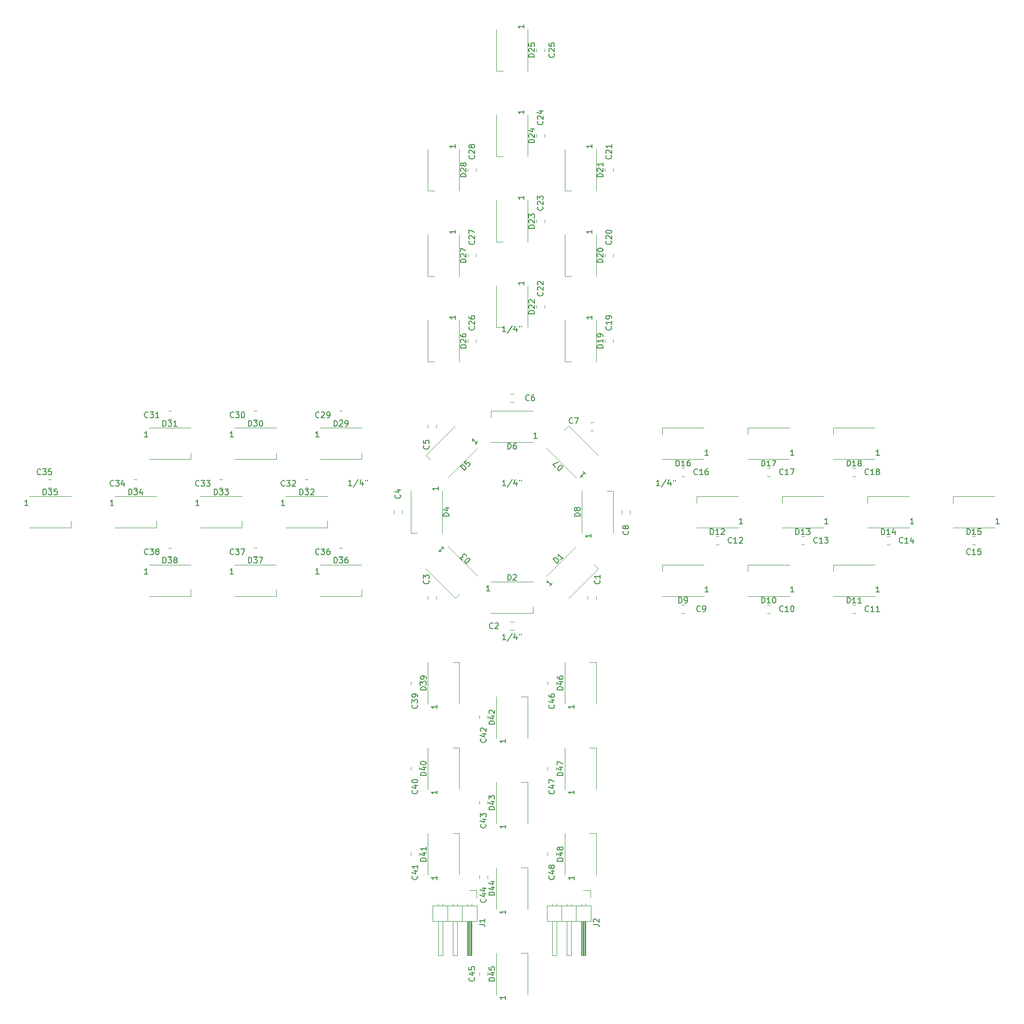
<source format=gbr>
%TF.GenerationSoftware,KiCad,Pcbnew,(6.0.5)*%
%TF.CreationDate,2022-08-25T18:23:53-06:00*%
%TF.ProjectId,Led Zia,4c656420-5a69-4612-9e6b-696361645f70,rev?*%
%TF.SameCoordinates,Original*%
%TF.FileFunction,Legend,Top*%
%TF.FilePolarity,Positive*%
%FSLAX46Y46*%
G04 Gerber Fmt 4.6, Leading zero omitted, Abs format (unit mm)*
G04 Created by KiCad (PCBNEW (6.0.5)) date 2022-08-25 18:23:53*
%MOMM*%
%LPD*%
G01*
G04 APERTURE LIST*
%ADD10C,0.150000*%
%ADD11C,0.120000*%
G04 APERTURE END LIST*
D10*
%TO.C,C9*%
X136008333Y-119357142D02*
X135960714Y-119404761D01*
X135817857Y-119452380D01*
X135722619Y-119452380D01*
X135579761Y-119404761D01*
X135484523Y-119309523D01*
X135436904Y-119214285D01*
X135389285Y-119023809D01*
X135389285Y-118880952D01*
X135436904Y-118690476D01*
X135484523Y-118595238D01*
X135579761Y-118500000D01*
X135722619Y-118452380D01*
X135817857Y-118452380D01*
X135960714Y-118500000D01*
X136008333Y-118547619D01*
X136484523Y-119452380D02*
X136675000Y-119452380D01*
X136770238Y-119404761D01*
X136817857Y-119357142D01*
X136913095Y-119214285D01*
X136960714Y-119023809D01*
X136960714Y-118642857D01*
X136913095Y-118547619D01*
X136865476Y-118500000D01*
X136770238Y-118452380D01*
X136579761Y-118452380D01*
X136484523Y-118500000D01*
X136436904Y-118547619D01*
X136389285Y-118642857D01*
X136389285Y-118880952D01*
X136436904Y-118976190D01*
X136484523Y-119023809D01*
X136579761Y-119071428D01*
X136770238Y-119071428D01*
X136865476Y-119023809D01*
X136913095Y-118976190D01*
X136960714Y-118880952D01*
%TO.C,C26*%
X96357142Y-69467857D02*
X96404761Y-69515476D01*
X96452380Y-69658333D01*
X96452380Y-69753571D01*
X96404761Y-69896428D01*
X96309523Y-69991666D01*
X96214285Y-70039285D01*
X96023809Y-70086904D01*
X95880952Y-70086904D01*
X95690476Y-70039285D01*
X95595238Y-69991666D01*
X95500000Y-69896428D01*
X95452380Y-69753571D01*
X95452380Y-69658333D01*
X95500000Y-69515476D01*
X95547619Y-69467857D01*
X95547619Y-69086904D02*
X95500000Y-69039285D01*
X95452380Y-68944047D01*
X95452380Y-68705952D01*
X95500000Y-68610714D01*
X95547619Y-68563095D01*
X95642857Y-68515476D01*
X95738095Y-68515476D01*
X95880952Y-68563095D01*
X96452380Y-69134523D01*
X96452380Y-68515476D01*
X95452380Y-67658333D02*
X95452380Y-67848809D01*
X95500000Y-67944047D01*
X95547619Y-67991666D01*
X95690476Y-68086904D01*
X95880952Y-68134523D01*
X96261904Y-68134523D01*
X96357142Y-68086904D01*
X96404761Y-68039285D01*
X96452380Y-67944047D01*
X96452380Y-67753571D01*
X96404761Y-67658333D01*
X96357142Y-67610714D01*
X96261904Y-67563095D01*
X96023809Y-67563095D01*
X95928571Y-67610714D01*
X95880952Y-67658333D01*
X95833333Y-67753571D01*
X95833333Y-67944047D01*
X95880952Y-68039285D01*
X95928571Y-68086904D01*
X96023809Y-68134523D01*
%TO.C,C30*%
X54182142Y-85357142D02*
X54134523Y-85404761D01*
X53991666Y-85452380D01*
X53896428Y-85452380D01*
X53753571Y-85404761D01*
X53658333Y-85309523D01*
X53610714Y-85214285D01*
X53563095Y-85023809D01*
X53563095Y-84880952D01*
X53610714Y-84690476D01*
X53658333Y-84595238D01*
X53753571Y-84500000D01*
X53896428Y-84452380D01*
X53991666Y-84452380D01*
X54134523Y-84500000D01*
X54182142Y-84547619D01*
X54515476Y-84452380D02*
X55134523Y-84452380D01*
X54801190Y-84833333D01*
X54944047Y-84833333D01*
X55039285Y-84880952D01*
X55086904Y-84928571D01*
X55134523Y-85023809D01*
X55134523Y-85261904D01*
X55086904Y-85357142D01*
X55039285Y-85404761D01*
X54944047Y-85452380D01*
X54658333Y-85452380D01*
X54563095Y-85404761D01*
X54515476Y-85357142D01*
X55753571Y-84452380D02*
X55848809Y-84452380D01*
X55944047Y-84500000D01*
X55991666Y-84547619D01*
X56039285Y-84642857D01*
X56086904Y-84833333D01*
X56086904Y-85071428D01*
X56039285Y-85261904D01*
X55991666Y-85357142D01*
X55944047Y-85404761D01*
X55848809Y-85452380D01*
X55753571Y-85452380D01*
X55658333Y-85404761D01*
X55610714Y-85357142D01*
X55563095Y-85261904D01*
X55515476Y-85071428D01*
X55515476Y-84833333D01*
X55563095Y-84642857D01*
X55610714Y-84547619D01*
X55658333Y-84500000D01*
X55753571Y-84452380D01*
%TO.C,C16*%
X135532142Y-95357142D02*
X135484523Y-95404761D01*
X135341666Y-95452380D01*
X135246428Y-95452380D01*
X135103571Y-95404761D01*
X135008333Y-95309523D01*
X134960714Y-95214285D01*
X134913095Y-95023809D01*
X134913095Y-94880952D01*
X134960714Y-94690476D01*
X135008333Y-94595238D01*
X135103571Y-94500000D01*
X135246428Y-94452380D01*
X135341666Y-94452380D01*
X135484523Y-94500000D01*
X135532142Y-94547619D01*
X136484523Y-95452380D02*
X135913095Y-95452380D01*
X136198809Y-95452380D02*
X136198809Y-94452380D01*
X136103571Y-94595238D01*
X136008333Y-94690476D01*
X135913095Y-94738095D01*
X137341666Y-94452380D02*
X137151190Y-94452380D01*
X137055952Y-94500000D01*
X137008333Y-94547619D01*
X136913095Y-94690476D01*
X136865476Y-94880952D01*
X136865476Y-95261904D01*
X136913095Y-95357142D01*
X136960714Y-95404761D01*
X137055952Y-95452380D01*
X137246428Y-95452380D01*
X137341666Y-95404761D01*
X137389285Y-95357142D01*
X137436904Y-95261904D01*
X137436904Y-95023809D01*
X137389285Y-94928571D01*
X137341666Y-94880952D01*
X137246428Y-94833333D01*
X137055952Y-94833333D01*
X136960714Y-94880952D01*
X136913095Y-94928571D01*
X136865476Y-95023809D01*
%TO.C,C18*%
X165532142Y-95357142D02*
X165484523Y-95404761D01*
X165341666Y-95452380D01*
X165246428Y-95452380D01*
X165103571Y-95404761D01*
X165008333Y-95309523D01*
X164960714Y-95214285D01*
X164913095Y-95023809D01*
X164913095Y-94880952D01*
X164960714Y-94690476D01*
X165008333Y-94595238D01*
X165103571Y-94500000D01*
X165246428Y-94452380D01*
X165341666Y-94452380D01*
X165484523Y-94500000D01*
X165532142Y-94547619D01*
X166484523Y-95452380D02*
X165913095Y-95452380D01*
X166198809Y-95452380D02*
X166198809Y-94452380D01*
X166103571Y-94595238D01*
X166008333Y-94690476D01*
X165913095Y-94738095D01*
X167055952Y-94880952D02*
X166960714Y-94833333D01*
X166913095Y-94785714D01*
X166865476Y-94690476D01*
X166865476Y-94642857D01*
X166913095Y-94547619D01*
X166960714Y-94500000D01*
X167055952Y-94452380D01*
X167246428Y-94452380D01*
X167341666Y-94500000D01*
X167389285Y-94547619D01*
X167436904Y-94642857D01*
X167436904Y-94690476D01*
X167389285Y-94785714D01*
X167341666Y-94833333D01*
X167246428Y-94880952D01*
X167055952Y-94880952D01*
X166960714Y-94928571D01*
X166913095Y-94976190D01*
X166865476Y-95071428D01*
X166865476Y-95261904D01*
X166913095Y-95357142D01*
X166960714Y-95404761D01*
X167055952Y-95452380D01*
X167246428Y-95452380D01*
X167341666Y-95404761D01*
X167389285Y-95357142D01*
X167436904Y-95261904D01*
X167436904Y-95071428D01*
X167389285Y-94976190D01*
X167341666Y-94928571D01*
X167246428Y-94880952D01*
%TO.C,C35*%
X20357142Y-95357142D02*
X20309523Y-95404761D01*
X20166666Y-95452380D01*
X20071428Y-95452380D01*
X19928571Y-95404761D01*
X19833333Y-95309523D01*
X19785714Y-95214285D01*
X19738095Y-95023809D01*
X19738095Y-94880952D01*
X19785714Y-94690476D01*
X19833333Y-94595238D01*
X19928571Y-94500000D01*
X20071428Y-94452380D01*
X20166666Y-94452380D01*
X20309523Y-94500000D01*
X20357142Y-94547619D01*
X20690476Y-94452380D02*
X21309523Y-94452380D01*
X20976190Y-94833333D01*
X21119047Y-94833333D01*
X21214285Y-94880952D01*
X21261904Y-94928571D01*
X21309523Y-95023809D01*
X21309523Y-95261904D01*
X21261904Y-95357142D01*
X21214285Y-95404761D01*
X21119047Y-95452380D01*
X20833333Y-95452380D01*
X20738095Y-95404761D01*
X20690476Y-95357142D01*
X22214285Y-94452380D02*
X21738095Y-94452380D01*
X21690476Y-94928571D01*
X21738095Y-94880952D01*
X21833333Y-94833333D01*
X22071428Y-94833333D01*
X22166666Y-94880952D01*
X22214285Y-94928571D01*
X22261904Y-95023809D01*
X22261904Y-95261904D01*
X22214285Y-95357142D01*
X22166666Y-95404761D01*
X22071428Y-95452380D01*
X21833333Y-95452380D01*
X21738095Y-95404761D01*
X21690476Y-95357142D01*
%TO.C,C34*%
X33132142Y-97357142D02*
X33084523Y-97404761D01*
X32941666Y-97452380D01*
X32846428Y-97452380D01*
X32703571Y-97404761D01*
X32608333Y-97309523D01*
X32560714Y-97214285D01*
X32513095Y-97023809D01*
X32513095Y-96880952D01*
X32560714Y-96690476D01*
X32608333Y-96595238D01*
X32703571Y-96500000D01*
X32846428Y-96452380D01*
X32941666Y-96452380D01*
X33084523Y-96500000D01*
X33132142Y-96547619D01*
X33465476Y-96452380D02*
X34084523Y-96452380D01*
X33751190Y-96833333D01*
X33894047Y-96833333D01*
X33989285Y-96880952D01*
X34036904Y-96928571D01*
X34084523Y-97023809D01*
X34084523Y-97261904D01*
X34036904Y-97357142D01*
X33989285Y-97404761D01*
X33894047Y-97452380D01*
X33608333Y-97452380D01*
X33513095Y-97404761D01*
X33465476Y-97357142D01*
X34941666Y-96785714D02*
X34941666Y-97452380D01*
X34703571Y-96404761D02*
X34465476Y-97119047D01*
X35084523Y-97119047D01*
%TO.C,C7*%
X113658333Y-86357142D02*
X113610714Y-86404761D01*
X113467857Y-86452380D01*
X113372619Y-86452380D01*
X113229761Y-86404761D01*
X113134523Y-86309523D01*
X113086904Y-86214285D01*
X113039285Y-86023809D01*
X113039285Y-85880952D01*
X113086904Y-85690476D01*
X113134523Y-85595238D01*
X113229761Y-85500000D01*
X113372619Y-85452380D01*
X113467857Y-85452380D01*
X113610714Y-85500000D01*
X113658333Y-85547619D01*
X113991666Y-85452380D02*
X114658333Y-85452380D01*
X114229761Y-86452380D01*
%TO.C,C20*%
X120357142Y-54467857D02*
X120404761Y-54515476D01*
X120452380Y-54658333D01*
X120452380Y-54753571D01*
X120404761Y-54896428D01*
X120309523Y-54991666D01*
X120214285Y-55039285D01*
X120023809Y-55086904D01*
X119880952Y-55086904D01*
X119690476Y-55039285D01*
X119595238Y-54991666D01*
X119500000Y-54896428D01*
X119452380Y-54753571D01*
X119452380Y-54658333D01*
X119500000Y-54515476D01*
X119547619Y-54467857D01*
X119547619Y-54086904D02*
X119500000Y-54039285D01*
X119452380Y-53944047D01*
X119452380Y-53705952D01*
X119500000Y-53610714D01*
X119547619Y-53563095D01*
X119642857Y-53515476D01*
X119738095Y-53515476D01*
X119880952Y-53563095D01*
X120452380Y-54134523D01*
X120452380Y-53515476D01*
X119452380Y-52896428D02*
X119452380Y-52801190D01*
X119500000Y-52705952D01*
X119547619Y-52658333D01*
X119642857Y-52610714D01*
X119833333Y-52563095D01*
X120071428Y-52563095D01*
X120261904Y-52610714D01*
X120357142Y-52658333D01*
X120404761Y-52705952D01*
X120452380Y-52801190D01*
X120452380Y-52896428D01*
X120404761Y-52991666D01*
X120357142Y-53039285D01*
X120261904Y-53086904D01*
X120071428Y-53134523D01*
X119833333Y-53134523D01*
X119642857Y-53086904D01*
X119547619Y-53039285D01*
X119500000Y-52991666D01*
X119452380Y-52896428D01*
%TO.C,C41*%
X86357142Y-165817857D02*
X86404761Y-165865476D01*
X86452380Y-166008333D01*
X86452380Y-166103571D01*
X86404761Y-166246428D01*
X86309523Y-166341666D01*
X86214285Y-166389285D01*
X86023809Y-166436904D01*
X85880952Y-166436904D01*
X85690476Y-166389285D01*
X85595238Y-166341666D01*
X85500000Y-166246428D01*
X85452380Y-166103571D01*
X85452380Y-166008333D01*
X85500000Y-165865476D01*
X85547619Y-165817857D01*
X85785714Y-164960714D02*
X86452380Y-164960714D01*
X85404761Y-165198809D02*
X86119047Y-165436904D01*
X86119047Y-164817857D01*
X86452380Y-163913095D02*
X86452380Y-164484523D01*
X86452380Y-164198809D02*
X85452380Y-164198809D01*
X85595238Y-164294047D01*
X85690476Y-164389285D01*
X85738095Y-164484523D01*
%TO.C,C1*%
X118357142Y-113991666D02*
X118404761Y-114039285D01*
X118452380Y-114182142D01*
X118452380Y-114277380D01*
X118404761Y-114420238D01*
X118309523Y-114515476D01*
X118214285Y-114563095D01*
X118023809Y-114610714D01*
X117880952Y-114610714D01*
X117690476Y-114563095D01*
X117595238Y-114515476D01*
X117500000Y-114420238D01*
X117452380Y-114277380D01*
X117452380Y-114182142D01*
X117500000Y-114039285D01*
X117547619Y-113991666D01*
X118452380Y-113039285D02*
X118452380Y-113610714D01*
X118452380Y-113325000D02*
X117452380Y-113325000D01*
X117595238Y-113420238D01*
X117690476Y-113515476D01*
X117738095Y-113610714D01*
%TO.C,C31*%
X39182142Y-85357142D02*
X39134523Y-85404761D01*
X38991666Y-85452380D01*
X38896428Y-85452380D01*
X38753571Y-85404761D01*
X38658333Y-85309523D01*
X38610714Y-85214285D01*
X38563095Y-85023809D01*
X38563095Y-84880952D01*
X38610714Y-84690476D01*
X38658333Y-84595238D01*
X38753571Y-84500000D01*
X38896428Y-84452380D01*
X38991666Y-84452380D01*
X39134523Y-84500000D01*
X39182142Y-84547619D01*
X39515476Y-84452380D02*
X40134523Y-84452380D01*
X39801190Y-84833333D01*
X39944047Y-84833333D01*
X40039285Y-84880952D01*
X40086904Y-84928571D01*
X40134523Y-85023809D01*
X40134523Y-85261904D01*
X40086904Y-85357142D01*
X40039285Y-85404761D01*
X39944047Y-85452380D01*
X39658333Y-85452380D01*
X39563095Y-85404761D01*
X39515476Y-85357142D01*
X41086904Y-85452380D02*
X40515476Y-85452380D01*
X40801190Y-85452380D02*
X40801190Y-84452380D01*
X40705952Y-84595238D01*
X40610714Y-84690476D01*
X40515476Y-84738095D01*
%TO.C,C33*%
X48132142Y-97357142D02*
X48084523Y-97404761D01*
X47941666Y-97452380D01*
X47846428Y-97452380D01*
X47703571Y-97404761D01*
X47608333Y-97309523D01*
X47560714Y-97214285D01*
X47513095Y-97023809D01*
X47513095Y-96880952D01*
X47560714Y-96690476D01*
X47608333Y-96595238D01*
X47703571Y-96500000D01*
X47846428Y-96452380D01*
X47941666Y-96452380D01*
X48084523Y-96500000D01*
X48132142Y-96547619D01*
X48465476Y-96452380D02*
X49084523Y-96452380D01*
X48751190Y-96833333D01*
X48894047Y-96833333D01*
X48989285Y-96880952D01*
X49036904Y-96928571D01*
X49084523Y-97023809D01*
X49084523Y-97261904D01*
X49036904Y-97357142D01*
X48989285Y-97404761D01*
X48894047Y-97452380D01*
X48608333Y-97452380D01*
X48513095Y-97404761D01*
X48465476Y-97357142D01*
X49417857Y-96452380D02*
X50036904Y-96452380D01*
X49703571Y-96833333D01*
X49846428Y-96833333D01*
X49941666Y-96880952D01*
X49989285Y-96928571D01*
X50036904Y-97023809D01*
X50036904Y-97261904D01*
X49989285Y-97357142D01*
X49941666Y-97404761D01*
X49846428Y-97452380D01*
X49560714Y-97452380D01*
X49465476Y-97404761D01*
X49417857Y-97357142D01*
%TO.C,C5*%
X88357142Y-90341666D02*
X88404761Y-90389285D01*
X88452380Y-90532142D01*
X88452380Y-90627380D01*
X88404761Y-90770238D01*
X88309523Y-90865476D01*
X88214285Y-90913095D01*
X88023809Y-90960714D01*
X87880952Y-90960714D01*
X87690476Y-90913095D01*
X87595238Y-90865476D01*
X87500000Y-90770238D01*
X87452380Y-90627380D01*
X87452380Y-90532142D01*
X87500000Y-90389285D01*
X87547619Y-90341666D01*
X87452380Y-89436904D02*
X87452380Y-89913095D01*
X87928571Y-89960714D01*
X87880952Y-89913095D01*
X87833333Y-89817857D01*
X87833333Y-89579761D01*
X87880952Y-89484523D01*
X87928571Y-89436904D01*
X88023809Y-89389285D01*
X88261904Y-89389285D01*
X88357142Y-89436904D01*
X88404761Y-89484523D01*
X88452380Y-89579761D01*
X88452380Y-89817857D01*
X88404761Y-89913095D01*
X88357142Y-89960714D01*
%TO.C,C10*%
X150532142Y-119357142D02*
X150484523Y-119404761D01*
X150341666Y-119452380D01*
X150246428Y-119452380D01*
X150103571Y-119404761D01*
X150008333Y-119309523D01*
X149960714Y-119214285D01*
X149913095Y-119023809D01*
X149913095Y-118880952D01*
X149960714Y-118690476D01*
X150008333Y-118595238D01*
X150103571Y-118500000D01*
X150246428Y-118452380D01*
X150341666Y-118452380D01*
X150484523Y-118500000D01*
X150532142Y-118547619D01*
X151484523Y-119452380D02*
X150913095Y-119452380D01*
X151198809Y-119452380D02*
X151198809Y-118452380D01*
X151103571Y-118595238D01*
X151008333Y-118690476D01*
X150913095Y-118738095D01*
X152103571Y-118452380D02*
X152198809Y-118452380D01*
X152294047Y-118500000D01*
X152341666Y-118547619D01*
X152389285Y-118642857D01*
X152436904Y-118833333D01*
X152436904Y-119071428D01*
X152389285Y-119261904D01*
X152341666Y-119357142D01*
X152294047Y-119404761D01*
X152198809Y-119452380D01*
X152103571Y-119452380D01*
X152008333Y-119404761D01*
X151960714Y-119357142D01*
X151913095Y-119261904D01*
X151865476Y-119071428D01*
X151865476Y-118833333D01*
X151913095Y-118642857D01*
X151960714Y-118547619D01*
X152008333Y-118500000D01*
X152103571Y-118452380D01*
%TO.C,C32*%
X63132142Y-97357142D02*
X63084523Y-97404761D01*
X62941666Y-97452380D01*
X62846428Y-97452380D01*
X62703571Y-97404761D01*
X62608333Y-97309523D01*
X62560714Y-97214285D01*
X62513095Y-97023809D01*
X62513095Y-96880952D01*
X62560714Y-96690476D01*
X62608333Y-96595238D01*
X62703571Y-96500000D01*
X62846428Y-96452380D01*
X62941666Y-96452380D01*
X63084523Y-96500000D01*
X63132142Y-96547619D01*
X63465476Y-96452380D02*
X64084523Y-96452380D01*
X63751190Y-96833333D01*
X63894047Y-96833333D01*
X63989285Y-96880952D01*
X64036904Y-96928571D01*
X64084523Y-97023809D01*
X64084523Y-97261904D01*
X64036904Y-97357142D01*
X63989285Y-97404761D01*
X63894047Y-97452380D01*
X63608333Y-97452380D01*
X63513095Y-97404761D01*
X63465476Y-97357142D01*
X64465476Y-96547619D02*
X64513095Y-96500000D01*
X64608333Y-96452380D01*
X64846428Y-96452380D01*
X64941666Y-96500000D01*
X64989285Y-96547619D01*
X65036904Y-96642857D01*
X65036904Y-96738095D01*
X64989285Y-96880952D01*
X64417857Y-97452380D01*
X65036904Y-97452380D01*
%TO.C,C42*%
X98357142Y-141767857D02*
X98404761Y-141815476D01*
X98452380Y-141958333D01*
X98452380Y-142053571D01*
X98404761Y-142196428D01*
X98309523Y-142291666D01*
X98214285Y-142339285D01*
X98023809Y-142386904D01*
X97880952Y-142386904D01*
X97690476Y-142339285D01*
X97595238Y-142291666D01*
X97500000Y-142196428D01*
X97452380Y-142053571D01*
X97452380Y-141958333D01*
X97500000Y-141815476D01*
X97547619Y-141767857D01*
X97785714Y-140910714D02*
X98452380Y-140910714D01*
X97404761Y-141148809D02*
X98119047Y-141386904D01*
X98119047Y-140767857D01*
X97547619Y-140434523D02*
X97500000Y-140386904D01*
X97452380Y-140291666D01*
X97452380Y-140053571D01*
X97500000Y-139958333D01*
X97547619Y-139910714D01*
X97642857Y-139863095D01*
X97738095Y-139863095D01*
X97880952Y-139910714D01*
X98452380Y-140482142D01*
X98452380Y-139863095D01*
%TO.C,C3*%
X88357142Y-113991666D02*
X88404761Y-114039285D01*
X88452380Y-114182142D01*
X88452380Y-114277380D01*
X88404761Y-114420238D01*
X88309523Y-114515476D01*
X88214285Y-114563095D01*
X88023809Y-114610714D01*
X87880952Y-114610714D01*
X87690476Y-114563095D01*
X87595238Y-114515476D01*
X87500000Y-114420238D01*
X87452380Y-114277380D01*
X87452380Y-114182142D01*
X87500000Y-114039285D01*
X87547619Y-113991666D01*
X87452380Y-113658333D02*
X87452380Y-113039285D01*
X87833333Y-113372619D01*
X87833333Y-113229761D01*
X87880952Y-113134523D01*
X87928571Y-113086904D01*
X88023809Y-113039285D01*
X88261904Y-113039285D01*
X88357142Y-113086904D01*
X88404761Y-113134523D01*
X88452380Y-113229761D01*
X88452380Y-113515476D01*
X88404761Y-113610714D01*
X88357142Y-113658333D01*
%TO.C,C21*%
X120357142Y-39467857D02*
X120404761Y-39515476D01*
X120452380Y-39658333D01*
X120452380Y-39753571D01*
X120404761Y-39896428D01*
X120309523Y-39991666D01*
X120214285Y-40039285D01*
X120023809Y-40086904D01*
X119880952Y-40086904D01*
X119690476Y-40039285D01*
X119595238Y-39991666D01*
X119500000Y-39896428D01*
X119452380Y-39753571D01*
X119452380Y-39658333D01*
X119500000Y-39515476D01*
X119547619Y-39467857D01*
X119547619Y-39086904D02*
X119500000Y-39039285D01*
X119452380Y-38944047D01*
X119452380Y-38705952D01*
X119500000Y-38610714D01*
X119547619Y-38563095D01*
X119642857Y-38515476D01*
X119738095Y-38515476D01*
X119880952Y-38563095D01*
X120452380Y-39134523D01*
X120452380Y-38515476D01*
X120452380Y-37563095D02*
X120452380Y-38134523D01*
X120452380Y-37848809D02*
X119452380Y-37848809D01*
X119595238Y-37944047D01*
X119690476Y-38039285D01*
X119738095Y-38134523D01*
%TO.C,C48*%
X110357142Y-165817857D02*
X110404761Y-165865476D01*
X110452380Y-166008333D01*
X110452380Y-166103571D01*
X110404761Y-166246428D01*
X110309523Y-166341666D01*
X110214285Y-166389285D01*
X110023809Y-166436904D01*
X109880952Y-166436904D01*
X109690476Y-166389285D01*
X109595238Y-166341666D01*
X109500000Y-166246428D01*
X109452380Y-166103571D01*
X109452380Y-166008333D01*
X109500000Y-165865476D01*
X109547619Y-165817857D01*
X109785714Y-164960714D02*
X110452380Y-164960714D01*
X109404761Y-165198809D02*
X110119047Y-165436904D01*
X110119047Y-164817857D01*
X109880952Y-164294047D02*
X109833333Y-164389285D01*
X109785714Y-164436904D01*
X109690476Y-164484523D01*
X109642857Y-164484523D01*
X109547619Y-164436904D01*
X109500000Y-164389285D01*
X109452380Y-164294047D01*
X109452380Y-164103571D01*
X109500000Y-164008333D01*
X109547619Y-163960714D01*
X109642857Y-163913095D01*
X109690476Y-163913095D01*
X109785714Y-163960714D01*
X109833333Y-164008333D01*
X109880952Y-164103571D01*
X109880952Y-164294047D01*
X109928571Y-164389285D01*
X109976190Y-164436904D01*
X110071428Y-164484523D01*
X110261904Y-164484523D01*
X110357142Y-164436904D01*
X110404761Y-164389285D01*
X110452380Y-164294047D01*
X110452380Y-164103571D01*
X110404761Y-164008333D01*
X110357142Y-163960714D01*
X110261904Y-163913095D01*
X110071428Y-163913095D01*
X109976190Y-163960714D01*
X109928571Y-164008333D01*
X109880952Y-164103571D01*
%TO.C,C11*%
X165532142Y-119357142D02*
X165484523Y-119404761D01*
X165341666Y-119452380D01*
X165246428Y-119452380D01*
X165103571Y-119404761D01*
X165008333Y-119309523D01*
X164960714Y-119214285D01*
X164913095Y-119023809D01*
X164913095Y-118880952D01*
X164960714Y-118690476D01*
X165008333Y-118595238D01*
X165103571Y-118500000D01*
X165246428Y-118452380D01*
X165341666Y-118452380D01*
X165484523Y-118500000D01*
X165532142Y-118547619D01*
X166484523Y-119452380D02*
X165913095Y-119452380D01*
X166198809Y-119452380D02*
X166198809Y-118452380D01*
X166103571Y-118595238D01*
X166008333Y-118690476D01*
X165913095Y-118738095D01*
X167436904Y-119452380D02*
X166865476Y-119452380D01*
X167151190Y-119452380D02*
X167151190Y-118452380D01*
X167055952Y-118595238D01*
X166960714Y-118690476D01*
X166865476Y-118738095D01*
%TO.C,C6*%
X106008333Y-82357142D02*
X105960714Y-82404761D01*
X105817857Y-82452380D01*
X105722619Y-82452380D01*
X105579761Y-82404761D01*
X105484523Y-82309523D01*
X105436904Y-82214285D01*
X105389285Y-82023809D01*
X105389285Y-81880952D01*
X105436904Y-81690476D01*
X105484523Y-81595238D01*
X105579761Y-81500000D01*
X105722619Y-81452380D01*
X105817857Y-81452380D01*
X105960714Y-81500000D01*
X106008333Y-81547619D01*
X106865476Y-81452380D02*
X106675000Y-81452380D01*
X106579761Y-81500000D01*
X106532142Y-81547619D01*
X106436904Y-81690476D01*
X106389285Y-81880952D01*
X106389285Y-82261904D01*
X106436904Y-82357142D01*
X106484523Y-82404761D01*
X106579761Y-82452380D01*
X106770238Y-82452380D01*
X106865476Y-82404761D01*
X106913095Y-82357142D01*
X106960714Y-82261904D01*
X106960714Y-82023809D01*
X106913095Y-81928571D01*
X106865476Y-81880952D01*
X106770238Y-81833333D01*
X106579761Y-81833333D01*
X106484523Y-81880952D01*
X106436904Y-81928571D01*
X106389285Y-82023809D01*
%TO.C,C38*%
X39182142Y-109357142D02*
X39134523Y-109404761D01*
X38991666Y-109452380D01*
X38896428Y-109452380D01*
X38753571Y-109404761D01*
X38658333Y-109309523D01*
X38610714Y-109214285D01*
X38563095Y-109023809D01*
X38563095Y-108880952D01*
X38610714Y-108690476D01*
X38658333Y-108595238D01*
X38753571Y-108500000D01*
X38896428Y-108452380D01*
X38991666Y-108452380D01*
X39134523Y-108500000D01*
X39182142Y-108547619D01*
X39515476Y-108452380D02*
X40134523Y-108452380D01*
X39801190Y-108833333D01*
X39944047Y-108833333D01*
X40039285Y-108880952D01*
X40086904Y-108928571D01*
X40134523Y-109023809D01*
X40134523Y-109261904D01*
X40086904Y-109357142D01*
X40039285Y-109404761D01*
X39944047Y-109452380D01*
X39658333Y-109452380D01*
X39563095Y-109404761D01*
X39515476Y-109357142D01*
X40705952Y-108880952D02*
X40610714Y-108833333D01*
X40563095Y-108785714D01*
X40515476Y-108690476D01*
X40515476Y-108642857D01*
X40563095Y-108547619D01*
X40610714Y-108500000D01*
X40705952Y-108452380D01*
X40896428Y-108452380D01*
X40991666Y-108500000D01*
X41039285Y-108547619D01*
X41086904Y-108642857D01*
X41086904Y-108690476D01*
X41039285Y-108785714D01*
X40991666Y-108833333D01*
X40896428Y-108880952D01*
X40705952Y-108880952D01*
X40610714Y-108928571D01*
X40563095Y-108976190D01*
X40515476Y-109071428D01*
X40515476Y-109261904D01*
X40563095Y-109357142D01*
X40610714Y-109404761D01*
X40705952Y-109452380D01*
X40896428Y-109452380D01*
X40991666Y-109404761D01*
X41039285Y-109357142D01*
X41086904Y-109261904D01*
X41086904Y-109071428D01*
X41039285Y-108976190D01*
X40991666Y-108928571D01*
X40896428Y-108880952D01*
%TO.C,C37*%
X54182142Y-109357142D02*
X54134523Y-109404761D01*
X53991666Y-109452380D01*
X53896428Y-109452380D01*
X53753571Y-109404761D01*
X53658333Y-109309523D01*
X53610714Y-109214285D01*
X53563095Y-109023809D01*
X53563095Y-108880952D01*
X53610714Y-108690476D01*
X53658333Y-108595238D01*
X53753571Y-108500000D01*
X53896428Y-108452380D01*
X53991666Y-108452380D01*
X54134523Y-108500000D01*
X54182142Y-108547619D01*
X54515476Y-108452380D02*
X55134523Y-108452380D01*
X54801190Y-108833333D01*
X54944047Y-108833333D01*
X55039285Y-108880952D01*
X55086904Y-108928571D01*
X55134523Y-109023809D01*
X55134523Y-109261904D01*
X55086904Y-109357142D01*
X55039285Y-109404761D01*
X54944047Y-109452380D01*
X54658333Y-109452380D01*
X54563095Y-109404761D01*
X54515476Y-109357142D01*
X55467857Y-108452380D02*
X56134523Y-108452380D01*
X55705952Y-109452380D01*
%TO.C,C22*%
X108357142Y-63467857D02*
X108404761Y-63515476D01*
X108452380Y-63658333D01*
X108452380Y-63753571D01*
X108404761Y-63896428D01*
X108309523Y-63991666D01*
X108214285Y-64039285D01*
X108023809Y-64086904D01*
X107880952Y-64086904D01*
X107690476Y-64039285D01*
X107595238Y-63991666D01*
X107500000Y-63896428D01*
X107452380Y-63753571D01*
X107452380Y-63658333D01*
X107500000Y-63515476D01*
X107547619Y-63467857D01*
X107547619Y-63086904D02*
X107500000Y-63039285D01*
X107452380Y-62944047D01*
X107452380Y-62705952D01*
X107500000Y-62610714D01*
X107547619Y-62563095D01*
X107642857Y-62515476D01*
X107738095Y-62515476D01*
X107880952Y-62563095D01*
X108452380Y-63134523D01*
X108452380Y-62515476D01*
X107547619Y-62134523D02*
X107500000Y-62086904D01*
X107452380Y-61991666D01*
X107452380Y-61753571D01*
X107500000Y-61658333D01*
X107547619Y-61610714D01*
X107642857Y-61563095D01*
X107738095Y-61563095D01*
X107880952Y-61610714D01*
X108452380Y-62182142D01*
X108452380Y-61563095D01*
%TO.C,C46*%
X110357142Y-135817857D02*
X110404761Y-135865476D01*
X110452380Y-136008333D01*
X110452380Y-136103571D01*
X110404761Y-136246428D01*
X110309523Y-136341666D01*
X110214285Y-136389285D01*
X110023809Y-136436904D01*
X109880952Y-136436904D01*
X109690476Y-136389285D01*
X109595238Y-136341666D01*
X109500000Y-136246428D01*
X109452380Y-136103571D01*
X109452380Y-136008333D01*
X109500000Y-135865476D01*
X109547619Y-135817857D01*
X109785714Y-134960714D02*
X110452380Y-134960714D01*
X109404761Y-135198809D02*
X110119047Y-135436904D01*
X110119047Y-134817857D01*
X109452380Y-134008333D02*
X109452380Y-134198809D01*
X109500000Y-134294047D01*
X109547619Y-134341666D01*
X109690476Y-134436904D01*
X109880952Y-134484523D01*
X110261904Y-134484523D01*
X110357142Y-134436904D01*
X110404761Y-134389285D01*
X110452380Y-134294047D01*
X110452380Y-134103571D01*
X110404761Y-134008333D01*
X110357142Y-133960714D01*
X110261904Y-133913095D01*
X110023809Y-133913095D01*
X109928571Y-133960714D01*
X109880952Y-134008333D01*
X109833333Y-134103571D01*
X109833333Y-134294047D01*
X109880952Y-134389285D01*
X109928571Y-134436904D01*
X110023809Y-134484523D01*
%TO.C,C44*%
X98357142Y-169817857D02*
X98404761Y-169865476D01*
X98452380Y-170008333D01*
X98452380Y-170103571D01*
X98404761Y-170246428D01*
X98309523Y-170341666D01*
X98214285Y-170389285D01*
X98023809Y-170436904D01*
X97880952Y-170436904D01*
X97690476Y-170389285D01*
X97595238Y-170341666D01*
X97500000Y-170246428D01*
X97452380Y-170103571D01*
X97452380Y-170008333D01*
X97500000Y-169865476D01*
X97547619Y-169817857D01*
X97785714Y-168960714D02*
X98452380Y-168960714D01*
X97404761Y-169198809D02*
X98119047Y-169436904D01*
X98119047Y-168817857D01*
X97785714Y-168008333D02*
X98452380Y-168008333D01*
X97404761Y-168246428D02*
X98119047Y-168484523D01*
X98119047Y-167865476D01*
%TO.C,C19*%
X120357142Y-69467857D02*
X120404761Y-69515476D01*
X120452380Y-69658333D01*
X120452380Y-69753571D01*
X120404761Y-69896428D01*
X120309523Y-69991666D01*
X120214285Y-70039285D01*
X120023809Y-70086904D01*
X119880952Y-70086904D01*
X119690476Y-70039285D01*
X119595238Y-69991666D01*
X119500000Y-69896428D01*
X119452380Y-69753571D01*
X119452380Y-69658333D01*
X119500000Y-69515476D01*
X119547619Y-69467857D01*
X120452380Y-68515476D02*
X120452380Y-69086904D01*
X120452380Y-68801190D02*
X119452380Y-68801190D01*
X119595238Y-68896428D01*
X119690476Y-68991666D01*
X119738095Y-69086904D01*
X120452380Y-68039285D02*
X120452380Y-67848809D01*
X120404761Y-67753571D01*
X120357142Y-67705952D01*
X120214285Y-67610714D01*
X120023809Y-67563095D01*
X119642857Y-67563095D01*
X119547619Y-67610714D01*
X119500000Y-67658333D01*
X119452380Y-67753571D01*
X119452380Y-67944047D01*
X119500000Y-68039285D01*
X119547619Y-68086904D01*
X119642857Y-68134523D01*
X119880952Y-68134523D01*
X119976190Y-68086904D01*
X120023809Y-68039285D01*
X120071428Y-67944047D01*
X120071428Y-67753571D01*
X120023809Y-67658333D01*
X119976190Y-67610714D01*
X119880952Y-67563095D01*
%TO.C,C29*%
X69182142Y-85357142D02*
X69134523Y-85404761D01*
X68991666Y-85452380D01*
X68896428Y-85452380D01*
X68753571Y-85404761D01*
X68658333Y-85309523D01*
X68610714Y-85214285D01*
X68563095Y-85023809D01*
X68563095Y-84880952D01*
X68610714Y-84690476D01*
X68658333Y-84595238D01*
X68753571Y-84500000D01*
X68896428Y-84452380D01*
X68991666Y-84452380D01*
X69134523Y-84500000D01*
X69182142Y-84547619D01*
X69563095Y-84547619D02*
X69610714Y-84500000D01*
X69705952Y-84452380D01*
X69944047Y-84452380D01*
X70039285Y-84500000D01*
X70086904Y-84547619D01*
X70134523Y-84642857D01*
X70134523Y-84738095D01*
X70086904Y-84880952D01*
X69515476Y-85452380D01*
X70134523Y-85452380D01*
X70610714Y-85452380D02*
X70801190Y-85452380D01*
X70896428Y-85404761D01*
X70944047Y-85357142D01*
X71039285Y-85214285D01*
X71086904Y-85023809D01*
X71086904Y-84642857D01*
X71039285Y-84547619D01*
X70991666Y-84500000D01*
X70896428Y-84452380D01*
X70705952Y-84452380D01*
X70610714Y-84500000D01*
X70563095Y-84547619D01*
X70515476Y-84642857D01*
X70515476Y-84880952D01*
X70563095Y-84976190D01*
X70610714Y-85023809D01*
X70705952Y-85071428D01*
X70896428Y-85071428D01*
X70991666Y-85023809D01*
X71039285Y-84976190D01*
X71086904Y-84880952D01*
%TO.C,C17*%
X150532142Y-95357142D02*
X150484523Y-95404761D01*
X150341666Y-95452380D01*
X150246428Y-95452380D01*
X150103571Y-95404761D01*
X150008333Y-95309523D01*
X149960714Y-95214285D01*
X149913095Y-95023809D01*
X149913095Y-94880952D01*
X149960714Y-94690476D01*
X150008333Y-94595238D01*
X150103571Y-94500000D01*
X150246428Y-94452380D01*
X150341666Y-94452380D01*
X150484523Y-94500000D01*
X150532142Y-94547619D01*
X151484523Y-95452380D02*
X150913095Y-95452380D01*
X151198809Y-95452380D02*
X151198809Y-94452380D01*
X151103571Y-94595238D01*
X151008333Y-94690476D01*
X150913095Y-94738095D01*
X151817857Y-94452380D02*
X152484523Y-94452380D01*
X152055952Y-95452380D01*
%TO.C,C12*%
X141532142Y-107357142D02*
X141484523Y-107404761D01*
X141341666Y-107452380D01*
X141246428Y-107452380D01*
X141103571Y-107404761D01*
X141008333Y-107309523D01*
X140960714Y-107214285D01*
X140913095Y-107023809D01*
X140913095Y-106880952D01*
X140960714Y-106690476D01*
X141008333Y-106595238D01*
X141103571Y-106500000D01*
X141246428Y-106452380D01*
X141341666Y-106452380D01*
X141484523Y-106500000D01*
X141532142Y-106547619D01*
X142484523Y-107452380D02*
X141913095Y-107452380D01*
X142198809Y-107452380D02*
X142198809Y-106452380D01*
X142103571Y-106595238D01*
X142008333Y-106690476D01*
X141913095Y-106738095D01*
X142865476Y-106547619D02*
X142913095Y-106500000D01*
X143008333Y-106452380D01*
X143246428Y-106452380D01*
X143341666Y-106500000D01*
X143389285Y-106547619D01*
X143436904Y-106642857D01*
X143436904Y-106738095D01*
X143389285Y-106880952D01*
X142817857Y-107452380D01*
X143436904Y-107452380D01*
%TO.C,C36*%
X69182142Y-109357142D02*
X69134523Y-109404761D01*
X68991666Y-109452380D01*
X68896428Y-109452380D01*
X68753571Y-109404761D01*
X68658333Y-109309523D01*
X68610714Y-109214285D01*
X68563095Y-109023809D01*
X68563095Y-108880952D01*
X68610714Y-108690476D01*
X68658333Y-108595238D01*
X68753571Y-108500000D01*
X68896428Y-108452380D01*
X68991666Y-108452380D01*
X69134523Y-108500000D01*
X69182142Y-108547619D01*
X69515476Y-108452380D02*
X70134523Y-108452380D01*
X69801190Y-108833333D01*
X69944047Y-108833333D01*
X70039285Y-108880952D01*
X70086904Y-108928571D01*
X70134523Y-109023809D01*
X70134523Y-109261904D01*
X70086904Y-109357142D01*
X70039285Y-109404761D01*
X69944047Y-109452380D01*
X69658333Y-109452380D01*
X69563095Y-109404761D01*
X69515476Y-109357142D01*
X70991666Y-108452380D02*
X70801190Y-108452380D01*
X70705952Y-108500000D01*
X70658333Y-108547619D01*
X70563095Y-108690476D01*
X70515476Y-108880952D01*
X70515476Y-109261904D01*
X70563095Y-109357142D01*
X70610714Y-109404761D01*
X70705952Y-109452380D01*
X70896428Y-109452380D01*
X70991666Y-109404761D01*
X71039285Y-109357142D01*
X71086904Y-109261904D01*
X71086904Y-109023809D01*
X71039285Y-108928571D01*
X70991666Y-108880952D01*
X70896428Y-108833333D01*
X70705952Y-108833333D01*
X70610714Y-108880952D01*
X70563095Y-108928571D01*
X70515476Y-109023809D01*
%TO.C,C4*%
X83357142Y-98991666D02*
X83404761Y-99039285D01*
X83452380Y-99182142D01*
X83452380Y-99277380D01*
X83404761Y-99420238D01*
X83309523Y-99515476D01*
X83214285Y-99563095D01*
X83023809Y-99610714D01*
X82880952Y-99610714D01*
X82690476Y-99563095D01*
X82595238Y-99515476D01*
X82500000Y-99420238D01*
X82452380Y-99277380D01*
X82452380Y-99182142D01*
X82500000Y-99039285D01*
X82547619Y-98991666D01*
X82785714Y-98134523D02*
X83452380Y-98134523D01*
X82404761Y-98372619D02*
X83119047Y-98610714D01*
X83119047Y-97991666D01*
%TO.C,C24*%
X108357142Y-33467857D02*
X108404761Y-33515476D01*
X108452380Y-33658333D01*
X108452380Y-33753571D01*
X108404761Y-33896428D01*
X108309523Y-33991666D01*
X108214285Y-34039285D01*
X108023809Y-34086904D01*
X107880952Y-34086904D01*
X107690476Y-34039285D01*
X107595238Y-33991666D01*
X107500000Y-33896428D01*
X107452380Y-33753571D01*
X107452380Y-33658333D01*
X107500000Y-33515476D01*
X107547619Y-33467857D01*
X107547619Y-33086904D02*
X107500000Y-33039285D01*
X107452380Y-32944047D01*
X107452380Y-32705952D01*
X107500000Y-32610714D01*
X107547619Y-32563095D01*
X107642857Y-32515476D01*
X107738095Y-32515476D01*
X107880952Y-32563095D01*
X108452380Y-33134523D01*
X108452380Y-32515476D01*
X107785714Y-31658333D02*
X108452380Y-31658333D01*
X107404761Y-31896428D02*
X108119047Y-32134523D01*
X108119047Y-31515476D01*
%TO.C,C45*%
X96357142Y-183642857D02*
X96404761Y-183690476D01*
X96452380Y-183833333D01*
X96452380Y-183928571D01*
X96404761Y-184071428D01*
X96309523Y-184166666D01*
X96214285Y-184214285D01*
X96023809Y-184261904D01*
X95880952Y-184261904D01*
X95690476Y-184214285D01*
X95595238Y-184166666D01*
X95500000Y-184071428D01*
X95452380Y-183928571D01*
X95452380Y-183833333D01*
X95500000Y-183690476D01*
X95547619Y-183642857D01*
X95785714Y-182785714D02*
X96452380Y-182785714D01*
X95404761Y-183023809D02*
X96119047Y-183261904D01*
X96119047Y-182642857D01*
X95452380Y-181785714D02*
X95452380Y-182261904D01*
X95928571Y-182309523D01*
X95880952Y-182261904D01*
X95833333Y-182166666D01*
X95833333Y-181928571D01*
X95880952Y-181833333D01*
X95928571Y-181785714D01*
X96023809Y-181738095D01*
X96261904Y-181738095D01*
X96357142Y-181785714D01*
X96404761Y-181833333D01*
X96452380Y-181928571D01*
X96452380Y-182166666D01*
X96404761Y-182261904D01*
X96357142Y-182309523D01*
%TO.C,C28*%
X96357142Y-39467857D02*
X96404761Y-39515476D01*
X96452380Y-39658333D01*
X96452380Y-39753571D01*
X96404761Y-39896428D01*
X96309523Y-39991666D01*
X96214285Y-40039285D01*
X96023809Y-40086904D01*
X95880952Y-40086904D01*
X95690476Y-40039285D01*
X95595238Y-39991666D01*
X95500000Y-39896428D01*
X95452380Y-39753571D01*
X95452380Y-39658333D01*
X95500000Y-39515476D01*
X95547619Y-39467857D01*
X95547619Y-39086904D02*
X95500000Y-39039285D01*
X95452380Y-38944047D01*
X95452380Y-38705952D01*
X95500000Y-38610714D01*
X95547619Y-38563095D01*
X95642857Y-38515476D01*
X95738095Y-38515476D01*
X95880952Y-38563095D01*
X96452380Y-39134523D01*
X96452380Y-38515476D01*
X95880952Y-37944047D02*
X95833333Y-38039285D01*
X95785714Y-38086904D01*
X95690476Y-38134523D01*
X95642857Y-38134523D01*
X95547619Y-38086904D01*
X95500000Y-38039285D01*
X95452380Y-37944047D01*
X95452380Y-37753571D01*
X95500000Y-37658333D01*
X95547619Y-37610714D01*
X95642857Y-37563095D01*
X95690476Y-37563095D01*
X95785714Y-37610714D01*
X95833333Y-37658333D01*
X95880952Y-37753571D01*
X95880952Y-37944047D01*
X95928571Y-38039285D01*
X95976190Y-38086904D01*
X96071428Y-38134523D01*
X96261904Y-38134523D01*
X96357142Y-38086904D01*
X96404761Y-38039285D01*
X96452380Y-37944047D01*
X96452380Y-37753571D01*
X96404761Y-37658333D01*
X96357142Y-37610714D01*
X96261904Y-37563095D01*
X96071428Y-37563095D01*
X95976190Y-37610714D01*
X95928571Y-37658333D01*
X95880952Y-37753571D01*
%TO.C,C15*%
X183357142Y-109357142D02*
X183309523Y-109404761D01*
X183166666Y-109452380D01*
X183071428Y-109452380D01*
X182928571Y-109404761D01*
X182833333Y-109309523D01*
X182785714Y-109214285D01*
X182738095Y-109023809D01*
X182738095Y-108880952D01*
X182785714Y-108690476D01*
X182833333Y-108595238D01*
X182928571Y-108500000D01*
X183071428Y-108452380D01*
X183166666Y-108452380D01*
X183309523Y-108500000D01*
X183357142Y-108547619D01*
X184309523Y-109452380D02*
X183738095Y-109452380D01*
X184023809Y-109452380D02*
X184023809Y-108452380D01*
X183928571Y-108595238D01*
X183833333Y-108690476D01*
X183738095Y-108738095D01*
X185214285Y-108452380D02*
X184738095Y-108452380D01*
X184690476Y-108928571D01*
X184738095Y-108880952D01*
X184833333Y-108833333D01*
X185071428Y-108833333D01*
X185166666Y-108880952D01*
X185214285Y-108928571D01*
X185261904Y-109023809D01*
X185261904Y-109261904D01*
X185214285Y-109357142D01*
X185166666Y-109404761D01*
X185071428Y-109452380D01*
X184833333Y-109452380D01*
X184738095Y-109404761D01*
X184690476Y-109357142D01*
%TO.C,C2*%
X99658333Y-122357142D02*
X99610714Y-122404761D01*
X99467857Y-122452380D01*
X99372619Y-122452380D01*
X99229761Y-122404761D01*
X99134523Y-122309523D01*
X99086904Y-122214285D01*
X99039285Y-122023809D01*
X99039285Y-121880952D01*
X99086904Y-121690476D01*
X99134523Y-121595238D01*
X99229761Y-121500000D01*
X99372619Y-121452380D01*
X99467857Y-121452380D01*
X99610714Y-121500000D01*
X99658333Y-121547619D01*
X100039285Y-121547619D02*
X100086904Y-121500000D01*
X100182142Y-121452380D01*
X100420238Y-121452380D01*
X100515476Y-121500000D01*
X100563095Y-121547619D01*
X100610714Y-121642857D01*
X100610714Y-121738095D01*
X100563095Y-121880952D01*
X99991666Y-122452380D01*
X100610714Y-122452380D01*
%TO.C,C43*%
X98357142Y-156767857D02*
X98404761Y-156815476D01*
X98452380Y-156958333D01*
X98452380Y-157053571D01*
X98404761Y-157196428D01*
X98309523Y-157291666D01*
X98214285Y-157339285D01*
X98023809Y-157386904D01*
X97880952Y-157386904D01*
X97690476Y-157339285D01*
X97595238Y-157291666D01*
X97500000Y-157196428D01*
X97452380Y-157053571D01*
X97452380Y-156958333D01*
X97500000Y-156815476D01*
X97547619Y-156767857D01*
X97785714Y-155910714D02*
X98452380Y-155910714D01*
X97404761Y-156148809D02*
X98119047Y-156386904D01*
X98119047Y-155767857D01*
X97452380Y-155482142D02*
X97452380Y-154863095D01*
X97833333Y-155196428D01*
X97833333Y-155053571D01*
X97880952Y-154958333D01*
X97928571Y-154910714D01*
X98023809Y-154863095D01*
X98261904Y-154863095D01*
X98357142Y-154910714D01*
X98404761Y-154958333D01*
X98452380Y-155053571D01*
X98452380Y-155339285D01*
X98404761Y-155434523D01*
X98357142Y-155482142D01*
%TO.C,C13*%
X156532142Y-107357142D02*
X156484523Y-107404761D01*
X156341666Y-107452380D01*
X156246428Y-107452380D01*
X156103571Y-107404761D01*
X156008333Y-107309523D01*
X155960714Y-107214285D01*
X155913095Y-107023809D01*
X155913095Y-106880952D01*
X155960714Y-106690476D01*
X156008333Y-106595238D01*
X156103571Y-106500000D01*
X156246428Y-106452380D01*
X156341666Y-106452380D01*
X156484523Y-106500000D01*
X156532142Y-106547619D01*
X157484523Y-107452380D02*
X156913095Y-107452380D01*
X157198809Y-107452380D02*
X157198809Y-106452380D01*
X157103571Y-106595238D01*
X157008333Y-106690476D01*
X156913095Y-106738095D01*
X157817857Y-106452380D02*
X158436904Y-106452380D01*
X158103571Y-106833333D01*
X158246428Y-106833333D01*
X158341666Y-106880952D01*
X158389285Y-106928571D01*
X158436904Y-107023809D01*
X158436904Y-107261904D01*
X158389285Y-107357142D01*
X158341666Y-107404761D01*
X158246428Y-107452380D01*
X157960714Y-107452380D01*
X157865476Y-107404761D01*
X157817857Y-107357142D01*
%TO.C,C14*%
X171532142Y-107357142D02*
X171484523Y-107404761D01*
X171341666Y-107452380D01*
X171246428Y-107452380D01*
X171103571Y-107404761D01*
X171008333Y-107309523D01*
X170960714Y-107214285D01*
X170913095Y-107023809D01*
X170913095Y-106880952D01*
X170960714Y-106690476D01*
X171008333Y-106595238D01*
X171103571Y-106500000D01*
X171246428Y-106452380D01*
X171341666Y-106452380D01*
X171484523Y-106500000D01*
X171532142Y-106547619D01*
X172484523Y-107452380D02*
X171913095Y-107452380D01*
X172198809Y-107452380D02*
X172198809Y-106452380D01*
X172103571Y-106595238D01*
X172008333Y-106690476D01*
X171913095Y-106738095D01*
X173341666Y-106785714D02*
X173341666Y-107452380D01*
X173103571Y-106404761D02*
X172865476Y-107119047D01*
X173484523Y-107119047D01*
%TO.C,C25*%
X110357142Y-21642857D02*
X110404761Y-21690476D01*
X110452380Y-21833333D01*
X110452380Y-21928571D01*
X110404761Y-22071428D01*
X110309523Y-22166666D01*
X110214285Y-22214285D01*
X110023809Y-22261904D01*
X109880952Y-22261904D01*
X109690476Y-22214285D01*
X109595238Y-22166666D01*
X109500000Y-22071428D01*
X109452380Y-21928571D01*
X109452380Y-21833333D01*
X109500000Y-21690476D01*
X109547619Y-21642857D01*
X109547619Y-21261904D02*
X109500000Y-21214285D01*
X109452380Y-21119047D01*
X109452380Y-20880952D01*
X109500000Y-20785714D01*
X109547619Y-20738095D01*
X109642857Y-20690476D01*
X109738095Y-20690476D01*
X109880952Y-20738095D01*
X110452380Y-21309523D01*
X110452380Y-20690476D01*
X109452380Y-19785714D02*
X109452380Y-20261904D01*
X109928571Y-20309523D01*
X109880952Y-20261904D01*
X109833333Y-20166666D01*
X109833333Y-19928571D01*
X109880952Y-19833333D01*
X109928571Y-19785714D01*
X110023809Y-19738095D01*
X110261904Y-19738095D01*
X110357142Y-19785714D01*
X110404761Y-19833333D01*
X110452380Y-19928571D01*
X110452380Y-20166666D01*
X110404761Y-20261904D01*
X110357142Y-20309523D01*
%TO.C,C40*%
X86357142Y-150817857D02*
X86404761Y-150865476D01*
X86452380Y-151008333D01*
X86452380Y-151103571D01*
X86404761Y-151246428D01*
X86309523Y-151341666D01*
X86214285Y-151389285D01*
X86023809Y-151436904D01*
X85880952Y-151436904D01*
X85690476Y-151389285D01*
X85595238Y-151341666D01*
X85500000Y-151246428D01*
X85452380Y-151103571D01*
X85452380Y-151008333D01*
X85500000Y-150865476D01*
X85547619Y-150817857D01*
X85785714Y-149960714D02*
X86452380Y-149960714D01*
X85404761Y-150198809D02*
X86119047Y-150436904D01*
X86119047Y-149817857D01*
X85452380Y-149246428D02*
X85452380Y-149151190D01*
X85500000Y-149055952D01*
X85547619Y-149008333D01*
X85642857Y-148960714D01*
X85833333Y-148913095D01*
X86071428Y-148913095D01*
X86261904Y-148960714D01*
X86357142Y-149008333D01*
X86404761Y-149055952D01*
X86452380Y-149151190D01*
X86452380Y-149246428D01*
X86404761Y-149341666D01*
X86357142Y-149389285D01*
X86261904Y-149436904D01*
X86071428Y-149484523D01*
X85833333Y-149484523D01*
X85642857Y-149436904D01*
X85547619Y-149389285D01*
X85500000Y-149341666D01*
X85452380Y-149246428D01*
%TO.C,C23*%
X108357142Y-48467857D02*
X108404761Y-48515476D01*
X108452380Y-48658333D01*
X108452380Y-48753571D01*
X108404761Y-48896428D01*
X108309523Y-48991666D01*
X108214285Y-49039285D01*
X108023809Y-49086904D01*
X107880952Y-49086904D01*
X107690476Y-49039285D01*
X107595238Y-48991666D01*
X107500000Y-48896428D01*
X107452380Y-48753571D01*
X107452380Y-48658333D01*
X107500000Y-48515476D01*
X107547619Y-48467857D01*
X107547619Y-48086904D02*
X107500000Y-48039285D01*
X107452380Y-47944047D01*
X107452380Y-47705952D01*
X107500000Y-47610714D01*
X107547619Y-47563095D01*
X107642857Y-47515476D01*
X107738095Y-47515476D01*
X107880952Y-47563095D01*
X108452380Y-48134523D01*
X108452380Y-47515476D01*
X107452380Y-47182142D02*
X107452380Y-46563095D01*
X107833333Y-46896428D01*
X107833333Y-46753571D01*
X107880952Y-46658333D01*
X107928571Y-46610714D01*
X108023809Y-46563095D01*
X108261904Y-46563095D01*
X108357142Y-46610714D01*
X108404761Y-46658333D01*
X108452380Y-46753571D01*
X108452380Y-47039285D01*
X108404761Y-47134523D01*
X108357142Y-47182142D01*
%TO.C,C27*%
X96357142Y-54467857D02*
X96404761Y-54515476D01*
X96452380Y-54658333D01*
X96452380Y-54753571D01*
X96404761Y-54896428D01*
X96309523Y-54991666D01*
X96214285Y-55039285D01*
X96023809Y-55086904D01*
X95880952Y-55086904D01*
X95690476Y-55039285D01*
X95595238Y-54991666D01*
X95500000Y-54896428D01*
X95452380Y-54753571D01*
X95452380Y-54658333D01*
X95500000Y-54515476D01*
X95547619Y-54467857D01*
X95547619Y-54086904D02*
X95500000Y-54039285D01*
X95452380Y-53944047D01*
X95452380Y-53705952D01*
X95500000Y-53610714D01*
X95547619Y-53563095D01*
X95642857Y-53515476D01*
X95738095Y-53515476D01*
X95880952Y-53563095D01*
X96452380Y-54134523D01*
X96452380Y-53515476D01*
X95452380Y-53182142D02*
X95452380Y-52515476D01*
X96452380Y-52944047D01*
%TO.C,C47*%
X110357142Y-150817857D02*
X110404761Y-150865476D01*
X110452380Y-151008333D01*
X110452380Y-151103571D01*
X110404761Y-151246428D01*
X110309523Y-151341666D01*
X110214285Y-151389285D01*
X110023809Y-151436904D01*
X109880952Y-151436904D01*
X109690476Y-151389285D01*
X109595238Y-151341666D01*
X109500000Y-151246428D01*
X109452380Y-151103571D01*
X109452380Y-151008333D01*
X109500000Y-150865476D01*
X109547619Y-150817857D01*
X109785714Y-149960714D02*
X110452380Y-149960714D01*
X109404761Y-150198809D02*
X110119047Y-150436904D01*
X110119047Y-149817857D01*
X109452380Y-149532142D02*
X109452380Y-148865476D01*
X110452380Y-149294047D01*
%TO.C,C39*%
X86357142Y-135817857D02*
X86404761Y-135865476D01*
X86452380Y-136008333D01*
X86452380Y-136103571D01*
X86404761Y-136246428D01*
X86309523Y-136341666D01*
X86214285Y-136389285D01*
X86023809Y-136436904D01*
X85880952Y-136436904D01*
X85690476Y-136389285D01*
X85595238Y-136341666D01*
X85500000Y-136246428D01*
X85452380Y-136103571D01*
X85452380Y-136008333D01*
X85500000Y-135865476D01*
X85547619Y-135817857D01*
X85452380Y-135484523D02*
X85452380Y-134865476D01*
X85833333Y-135198809D01*
X85833333Y-135055952D01*
X85880952Y-134960714D01*
X85928571Y-134913095D01*
X86023809Y-134865476D01*
X86261904Y-134865476D01*
X86357142Y-134913095D01*
X86404761Y-134960714D01*
X86452380Y-135055952D01*
X86452380Y-135341666D01*
X86404761Y-135436904D01*
X86357142Y-135484523D01*
X86452380Y-134389285D02*
X86452380Y-134198809D01*
X86404761Y-134103571D01*
X86357142Y-134055952D01*
X86214285Y-133960714D01*
X86023809Y-133913095D01*
X85642857Y-133913095D01*
X85547619Y-133960714D01*
X85500000Y-134008333D01*
X85452380Y-134103571D01*
X85452380Y-134294047D01*
X85500000Y-134389285D01*
X85547619Y-134436904D01*
X85642857Y-134484523D01*
X85880952Y-134484523D01*
X85976190Y-134436904D01*
X86023809Y-134389285D01*
X86071428Y-134294047D01*
X86071428Y-134103571D01*
X86023809Y-134008333D01*
X85976190Y-133960714D01*
X85880952Y-133913095D01*
%TO.C,C8*%
X123357142Y-105341666D02*
X123404761Y-105389285D01*
X123452380Y-105532142D01*
X123452380Y-105627380D01*
X123404761Y-105770238D01*
X123309523Y-105865476D01*
X123214285Y-105913095D01*
X123023809Y-105960714D01*
X122880952Y-105960714D01*
X122690476Y-105913095D01*
X122595238Y-105865476D01*
X122500000Y-105770238D01*
X122452380Y-105627380D01*
X122452380Y-105532142D01*
X122500000Y-105389285D01*
X122547619Y-105341666D01*
X122880952Y-104770238D02*
X122833333Y-104865476D01*
X122785714Y-104913095D01*
X122690476Y-104960714D01*
X122642857Y-104960714D01*
X122547619Y-104913095D01*
X122500000Y-104865476D01*
X122452380Y-104770238D01*
X122452380Y-104579761D01*
X122500000Y-104484523D01*
X122547619Y-104436904D01*
X122642857Y-104389285D01*
X122690476Y-104389285D01*
X122785714Y-104436904D01*
X122833333Y-104484523D01*
X122880952Y-104579761D01*
X122880952Y-104770238D01*
X122928571Y-104865476D01*
X122976190Y-104913095D01*
X123071428Y-104960714D01*
X123261904Y-104960714D01*
X123357142Y-104913095D01*
X123404761Y-104865476D01*
X123452380Y-104770238D01*
X123452380Y-104579761D01*
X123404761Y-104484523D01*
X123357142Y-104436904D01*
X123261904Y-104389285D01*
X123071428Y-104389285D01*
X122976190Y-104436904D01*
X122928571Y-104484523D01*
X122880952Y-104579761D01*
%TO.C,1/4"*%
X128904761Y-97372380D02*
X128333333Y-97372380D01*
X128619047Y-97372380D02*
X128619047Y-96372380D01*
X128523809Y-96515238D01*
X128428571Y-96610476D01*
X128333333Y-96658095D01*
X130047619Y-96324761D02*
X129190476Y-97610476D01*
X130809523Y-96705714D02*
X130809523Y-97372380D01*
X130571428Y-96324761D02*
X130333333Y-97039047D01*
X130952380Y-97039047D01*
X131285714Y-96372380D02*
X131285714Y-96562857D01*
X131666666Y-96372380D02*
X131666666Y-96562857D01*
X101904761Y-124372380D02*
X101333333Y-124372380D01*
X101619047Y-124372380D02*
X101619047Y-123372380D01*
X101523809Y-123515238D01*
X101428571Y-123610476D01*
X101333333Y-123658095D01*
X103047619Y-123324761D02*
X102190476Y-124610476D01*
X103809523Y-123705714D02*
X103809523Y-124372380D01*
X103571428Y-123324761D02*
X103333333Y-124039047D01*
X103952380Y-124039047D01*
X104285714Y-123372380D02*
X104285714Y-123562857D01*
X104666666Y-123372380D02*
X104666666Y-123562857D01*
X74904761Y-97372380D02*
X74333333Y-97372380D01*
X74619047Y-97372380D02*
X74619047Y-96372380D01*
X74523809Y-96515238D01*
X74428571Y-96610476D01*
X74333333Y-96658095D01*
X76047619Y-96324761D02*
X75190476Y-97610476D01*
X76809523Y-96705714D02*
X76809523Y-97372380D01*
X76571428Y-96324761D02*
X76333333Y-97039047D01*
X76952380Y-97039047D01*
X77285714Y-96372380D02*
X77285714Y-96562857D01*
X77666666Y-96372380D02*
X77666666Y-96562857D01*
X101904761Y-70372380D02*
X101333333Y-70372380D01*
X101619047Y-70372380D02*
X101619047Y-69372380D01*
X101523809Y-69515238D01*
X101428571Y-69610476D01*
X101333333Y-69658095D01*
X103047619Y-69324761D02*
X102190476Y-70610476D01*
X103809523Y-69705714D02*
X103809523Y-70372380D01*
X103571428Y-69324761D02*
X103333333Y-70039047D01*
X103952380Y-70039047D01*
X104285714Y-69372380D02*
X104285714Y-69562857D01*
X104666666Y-69372380D02*
X104666666Y-69562857D01*
X101904761Y-97372380D02*
X101333333Y-97372380D01*
X101619047Y-97372380D02*
X101619047Y-96372380D01*
X101523809Y-96515238D01*
X101428571Y-96610476D01*
X101333333Y-96658095D01*
X103047619Y-96324761D02*
X102190476Y-97610476D01*
X103809523Y-96705714D02*
X103809523Y-97372380D01*
X103571428Y-96324761D02*
X103333333Y-97039047D01*
X103952380Y-97039047D01*
X104285714Y-96372380D02*
X104285714Y-96562857D01*
X104666666Y-96372380D02*
X104666666Y-96562857D01*
%TO.C,D46*%
X111952379Y-133214285D02*
X110952379Y-133214285D01*
X110952379Y-132976190D01*
X110999999Y-132833333D01*
X111095237Y-132738095D01*
X111190475Y-132690476D01*
X111380951Y-132642857D01*
X111523808Y-132642857D01*
X111714284Y-132690476D01*
X111809522Y-132738095D01*
X111904760Y-132833333D01*
X111952379Y-132976190D01*
X111952379Y-133214285D01*
X111285713Y-131785714D02*
X111952379Y-131785714D01*
X110904760Y-132023809D02*
X111619046Y-132261904D01*
X111619046Y-131642857D01*
X110952379Y-130833333D02*
X110952379Y-131023809D01*
X110999999Y-131119047D01*
X111047618Y-131166666D01*
X111190475Y-131261904D01*
X111380951Y-131309523D01*
X111761903Y-131309523D01*
X111857141Y-131261904D01*
X111904760Y-131214285D01*
X111952379Y-131119047D01*
X111952379Y-130928571D01*
X111904760Y-130833333D01*
X111857141Y-130785714D01*
X111761903Y-130738095D01*
X111523808Y-130738095D01*
X111428570Y-130785714D01*
X111380951Y-130833333D01*
X111333332Y-130928571D01*
X111333332Y-131119047D01*
X111380951Y-131214285D01*
X111428570Y-131261904D01*
X111523808Y-131309523D01*
X113852379Y-135864285D02*
X113852379Y-136435714D01*
X113852379Y-136150000D02*
X112852379Y-136150000D01*
X112995237Y-136245238D01*
X113090475Y-136340476D01*
X113138094Y-136435714D01*
%TO.C,D11*%
X161785713Y-117952380D02*
X161785713Y-116952380D01*
X162023808Y-116952380D01*
X162166665Y-117000000D01*
X162261903Y-117095238D01*
X162309522Y-117190476D01*
X162357141Y-117380952D01*
X162357141Y-117523809D01*
X162309522Y-117714285D01*
X162261903Y-117809523D01*
X162166665Y-117904761D01*
X162023808Y-117952380D01*
X161785713Y-117952380D01*
X163309522Y-117952380D02*
X162738094Y-117952380D01*
X163023808Y-117952380D02*
X163023808Y-116952380D01*
X162928570Y-117095238D01*
X162833332Y-117190476D01*
X162738094Y-117238095D01*
X164261903Y-117952380D02*
X163690475Y-117952380D01*
X163976189Y-117952380D02*
X163976189Y-116952380D01*
X163880951Y-117095238D01*
X163785713Y-117190476D01*
X163690475Y-117238095D01*
X167435713Y-116052380D02*
X166864284Y-116052380D01*
X167149999Y-116052380D02*
X167149999Y-115052380D01*
X167054760Y-115195238D01*
X166959522Y-115290476D01*
X166864284Y-115338095D01*
%TO.C,D33*%
X50785713Y-98952380D02*
X50785713Y-97952380D01*
X51023808Y-97952380D01*
X51166665Y-98000000D01*
X51261903Y-98095238D01*
X51309522Y-98190476D01*
X51357141Y-98380952D01*
X51357141Y-98523809D01*
X51309522Y-98714285D01*
X51261903Y-98809523D01*
X51166665Y-98904761D01*
X51023808Y-98952380D01*
X50785713Y-98952380D01*
X51690475Y-97952380D02*
X52309522Y-97952380D01*
X51976189Y-98333333D01*
X52119046Y-98333333D01*
X52214284Y-98380952D01*
X52261903Y-98428571D01*
X52309522Y-98523809D01*
X52309522Y-98761904D01*
X52261903Y-98857142D01*
X52214284Y-98904761D01*
X52119046Y-98952380D01*
X51833332Y-98952380D01*
X51738094Y-98904761D01*
X51690475Y-98857142D01*
X52642856Y-97952380D02*
X53261903Y-97952380D01*
X52928570Y-98333333D01*
X53071427Y-98333333D01*
X53166665Y-98380952D01*
X53214284Y-98428571D01*
X53261903Y-98523809D01*
X53261903Y-98761904D01*
X53214284Y-98857142D01*
X53166665Y-98904761D01*
X53071427Y-98952380D01*
X52785713Y-98952380D01*
X52690475Y-98904761D01*
X52642856Y-98857142D01*
X48135713Y-100852380D02*
X47564284Y-100852380D01*
X47849999Y-100852380D02*
X47849999Y-99852380D01*
X47754760Y-99995238D01*
X47659522Y-100090476D01*
X47564284Y-100138095D01*
%TO.C,D34*%
X35785713Y-98952380D02*
X35785713Y-97952380D01*
X36023808Y-97952380D01*
X36166665Y-98000000D01*
X36261903Y-98095238D01*
X36309522Y-98190476D01*
X36357141Y-98380952D01*
X36357141Y-98523809D01*
X36309522Y-98714285D01*
X36261903Y-98809523D01*
X36166665Y-98904761D01*
X36023808Y-98952380D01*
X35785713Y-98952380D01*
X36690475Y-97952380D02*
X37309522Y-97952380D01*
X36976189Y-98333333D01*
X37119046Y-98333333D01*
X37214284Y-98380952D01*
X37261903Y-98428571D01*
X37309522Y-98523809D01*
X37309522Y-98761904D01*
X37261903Y-98857142D01*
X37214284Y-98904761D01*
X37119046Y-98952380D01*
X36833332Y-98952380D01*
X36738094Y-98904761D01*
X36690475Y-98857142D01*
X38166665Y-98285714D02*
X38166665Y-98952380D01*
X37928570Y-97904761D02*
X37690475Y-98619047D01*
X38309522Y-98619047D01*
X33135713Y-100852380D02*
X32564284Y-100852380D01*
X32849999Y-100852380D02*
X32849999Y-99852380D01*
X32754760Y-99995238D01*
X32659522Y-100090476D01*
X32564284Y-100138095D01*
%TO.C,D45*%
X99952379Y-184214285D02*
X98952379Y-184214285D01*
X98952379Y-183976190D01*
X98999999Y-183833333D01*
X99095237Y-183738095D01*
X99190475Y-183690476D01*
X99380951Y-183642857D01*
X99523808Y-183642857D01*
X99714284Y-183690476D01*
X99809522Y-183738095D01*
X99904760Y-183833333D01*
X99952379Y-183976190D01*
X99952379Y-184214285D01*
X99285713Y-182785714D02*
X99952379Y-182785714D01*
X98904760Y-183023809D02*
X99619046Y-183261904D01*
X99619046Y-182642857D01*
X98952379Y-181785714D02*
X98952379Y-182261904D01*
X99428570Y-182309523D01*
X99380951Y-182261904D01*
X99333332Y-182166666D01*
X99333332Y-181928571D01*
X99380951Y-181833333D01*
X99428570Y-181785714D01*
X99523808Y-181738095D01*
X99761903Y-181738095D01*
X99857141Y-181785714D01*
X99904760Y-181833333D01*
X99952379Y-181928571D01*
X99952379Y-182166666D01*
X99904760Y-182261904D01*
X99857141Y-182309523D01*
X101852379Y-186864285D02*
X101852379Y-187435714D01*
X101852379Y-187150000D02*
X100852379Y-187150000D01*
X100995237Y-187245238D01*
X101090475Y-187340476D01*
X101138094Y-187435714D01*
%TO.C,J2*%
X117247380Y-174343333D02*
X117961666Y-174343333D01*
X118104523Y-174390952D01*
X118199761Y-174486190D01*
X118247380Y-174629047D01*
X118247380Y-174724285D01*
X117342619Y-173914761D02*
X117295000Y-173867142D01*
X117247380Y-173771904D01*
X117247380Y-173533809D01*
X117295000Y-173438571D01*
X117342619Y-173390952D01*
X117437857Y-173343333D01*
X117533095Y-173343333D01*
X117675952Y-173390952D01*
X118247380Y-173962380D01*
X118247380Y-173343333D01*
%TO.C,D8*%
X114952379Y-102738095D02*
X113952379Y-102738095D01*
X113952379Y-102500000D01*
X113999999Y-102357142D01*
X114095237Y-102261904D01*
X114190475Y-102214285D01*
X114380951Y-102166666D01*
X114523808Y-102166666D01*
X114714284Y-102214285D01*
X114809522Y-102261904D01*
X114904760Y-102357142D01*
X114952379Y-102500000D01*
X114952379Y-102738095D01*
X114380951Y-101595238D02*
X114333332Y-101690476D01*
X114285713Y-101738095D01*
X114190475Y-101785714D01*
X114142856Y-101785714D01*
X114047618Y-101738095D01*
X113999999Y-101690476D01*
X113952379Y-101595238D01*
X113952379Y-101404761D01*
X113999999Y-101309523D01*
X114047618Y-101261904D01*
X114142856Y-101214285D01*
X114190475Y-101214285D01*
X114285713Y-101261904D01*
X114333332Y-101309523D01*
X114380951Y-101404761D01*
X114380951Y-101595238D01*
X114428570Y-101690476D01*
X114476189Y-101738095D01*
X114571427Y-101785714D01*
X114761903Y-101785714D01*
X114857141Y-101738095D01*
X114904760Y-101690476D01*
X114952379Y-101595238D01*
X114952379Y-101404761D01*
X114904760Y-101309523D01*
X114857141Y-101261904D01*
X114761903Y-101214285D01*
X114571427Y-101214285D01*
X114476189Y-101261904D01*
X114428570Y-101309523D01*
X114380951Y-101404761D01*
X116852379Y-105864285D02*
X116852379Y-106435714D01*
X116852379Y-106150000D02*
X115852379Y-106150000D01*
X115995237Y-106245238D01*
X116090475Y-106340476D01*
X116138094Y-106435714D01*
%TO.C,D27*%
X94952379Y-58214285D02*
X93952379Y-58214285D01*
X93952379Y-57976190D01*
X93999999Y-57833333D01*
X94095237Y-57738095D01*
X94190475Y-57690476D01*
X94380951Y-57642857D01*
X94523808Y-57642857D01*
X94714284Y-57690476D01*
X94809522Y-57738095D01*
X94904760Y-57833333D01*
X94952379Y-57976190D01*
X94952379Y-58214285D01*
X94047618Y-57261904D02*
X93999999Y-57214285D01*
X93952379Y-57119047D01*
X93952379Y-56880952D01*
X93999999Y-56785714D01*
X94047618Y-56738095D01*
X94142856Y-56690476D01*
X94238094Y-56690476D01*
X94380951Y-56738095D01*
X94952379Y-57309523D01*
X94952379Y-56690476D01*
X93952379Y-56357142D02*
X93952379Y-55690476D01*
X94952379Y-56119047D01*
X93052379Y-52564285D02*
X93052379Y-53135714D01*
X93052379Y-52850000D02*
X92052379Y-52850000D01*
X92195237Y-52945238D01*
X92290475Y-53040476D01*
X92338094Y-53135714D01*
%TO.C,D19*%
X118952379Y-73214285D02*
X117952379Y-73214285D01*
X117952379Y-72976190D01*
X117999999Y-72833333D01*
X118095237Y-72738095D01*
X118190475Y-72690476D01*
X118380951Y-72642857D01*
X118523808Y-72642857D01*
X118714284Y-72690476D01*
X118809522Y-72738095D01*
X118904760Y-72833333D01*
X118952379Y-72976190D01*
X118952379Y-73214285D01*
X118952379Y-71690476D02*
X118952379Y-72261904D01*
X118952379Y-71976190D02*
X117952379Y-71976190D01*
X118095237Y-72071428D01*
X118190475Y-72166666D01*
X118238094Y-72261904D01*
X118952379Y-71214285D02*
X118952379Y-71023809D01*
X118904760Y-70928571D01*
X118857141Y-70880952D01*
X118714284Y-70785714D01*
X118523808Y-70738095D01*
X118142856Y-70738095D01*
X118047618Y-70785714D01*
X117999999Y-70833333D01*
X117952379Y-70928571D01*
X117952379Y-71119047D01*
X117999999Y-71214285D01*
X118047618Y-71261904D01*
X118142856Y-71309523D01*
X118380951Y-71309523D01*
X118476189Y-71261904D01*
X118523808Y-71214285D01*
X118571427Y-71119047D01*
X118571427Y-70928571D01*
X118523808Y-70833333D01*
X118476189Y-70785714D01*
X118380951Y-70738095D01*
X117052379Y-67564285D02*
X117052379Y-68135714D01*
X117052379Y-67850000D02*
X116052379Y-67850000D01*
X116195237Y-67945238D01*
X116290475Y-68040476D01*
X116338094Y-68135714D01*
%TO.C,D7*%
X111973520Y-94070302D02*
X111266414Y-94777409D01*
X111098055Y-94609050D01*
X111030711Y-94474363D01*
X111030711Y-94339676D01*
X111064383Y-94238661D01*
X111165398Y-94070302D01*
X111266414Y-93969287D01*
X111434772Y-93868272D01*
X111535788Y-93834600D01*
X111670475Y-93834600D01*
X111805162Y-93901943D01*
X111973520Y-94070302D01*
X110626650Y-94137646D02*
X110155246Y-93666241D01*
X111165398Y-93262180D01*
X115527574Y-94937349D02*
X115931635Y-95341410D01*
X115729604Y-95139380D02*
X115022497Y-95846487D01*
X115190856Y-95812815D01*
X115325543Y-95812815D01*
X115426558Y-95846487D01*
%TO.C,D4*%
X91952380Y-102738095D02*
X90952380Y-102738095D01*
X90952380Y-102500000D01*
X91000000Y-102357142D01*
X91095238Y-102261904D01*
X91190476Y-102214285D01*
X91380952Y-102166666D01*
X91523809Y-102166666D01*
X91714285Y-102214285D01*
X91809523Y-102261904D01*
X91904761Y-102357142D01*
X91952380Y-102500000D01*
X91952380Y-102738095D01*
X91285714Y-101309523D02*
X91952380Y-101309523D01*
X90904761Y-101547619D02*
X91619047Y-101785714D01*
X91619047Y-101166666D01*
X90052380Y-97564285D02*
X90052380Y-98135714D01*
X90052380Y-97850000D02*
X89052380Y-97850000D01*
X89195238Y-97945238D01*
X89290476Y-98040476D01*
X89338095Y-98135714D01*
%TO.C,D3*%
X95710064Y-110333758D02*
X95002958Y-111040865D01*
X94834599Y-110872506D01*
X94767255Y-110737819D01*
X94767255Y-110603132D01*
X94800927Y-110502117D01*
X94901942Y-110333758D01*
X95002958Y-110232743D01*
X95171316Y-110131728D01*
X95272332Y-110098056D01*
X95407019Y-110098056D01*
X95541706Y-110165399D01*
X95710064Y-110333758D01*
X94363194Y-110401102D02*
X93925461Y-109963369D01*
X94430538Y-109929697D01*
X94329522Y-109828682D01*
X94295851Y-109727666D01*
X94295851Y-109660323D01*
X94329522Y-109559308D01*
X94497881Y-109390949D01*
X94598896Y-109357277D01*
X94666240Y-109357277D01*
X94767255Y-109390949D01*
X94969286Y-109592979D01*
X95002958Y-109693995D01*
X95002958Y-109761338D01*
X90708126Y-108018825D02*
X91112187Y-108422886D01*
X90910156Y-108220856D02*
X90203049Y-108927963D01*
X90371408Y-108894291D01*
X90506095Y-108894291D01*
X90607110Y-108927963D01*
%TO.C,D35*%
X20785713Y-98952380D02*
X20785713Y-97952380D01*
X21023808Y-97952380D01*
X21166665Y-98000000D01*
X21261903Y-98095238D01*
X21309522Y-98190476D01*
X21357141Y-98380952D01*
X21357141Y-98523809D01*
X21309522Y-98714285D01*
X21261903Y-98809523D01*
X21166665Y-98904761D01*
X21023808Y-98952380D01*
X20785713Y-98952380D01*
X21690475Y-97952380D02*
X22309522Y-97952380D01*
X21976189Y-98333333D01*
X22119046Y-98333333D01*
X22214284Y-98380952D01*
X22261903Y-98428571D01*
X22309522Y-98523809D01*
X22309522Y-98761904D01*
X22261903Y-98857142D01*
X22214284Y-98904761D01*
X22119046Y-98952380D01*
X21833332Y-98952380D01*
X21738094Y-98904761D01*
X21690475Y-98857142D01*
X23214284Y-97952380D02*
X22738094Y-97952380D01*
X22690475Y-98428571D01*
X22738094Y-98380952D01*
X22833332Y-98333333D01*
X23071427Y-98333333D01*
X23166665Y-98380952D01*
X23214284Y-98428571D01*
X23261903Y-98523809D01*
X23261903Y-98761904D01*
X23214284Y-98857142D01*
X23166665Y-98904761D01*
X23071427Y-98952380D01*
X22833332Y-98952380D01*
X22738094Y-98904761D01*
X22690475Y-98857142D01*
X18135713Y-100852380D02*
X17564284Y-100852380D01*
X17849999Y-100852380D02*
X17849999Y-99852380D01*
X17754760Y-99995238D01*
X17659522Y-100090476D01*
X17564284Y-100138095D01*
%TO.C,D38*%
X41785713Y-110952380D02*
X41785713Y-109952380D01*
X42023808Y-109952380D01*
X42166665Y-110000000D01*
X42261903Y-110095238D01*
X42309522Y-110190476D01*
X42357141Y-110380952D01*
X42357141Y-110523809D01*
X42309522Y-110714285D01*
X42261903Y-110809523D01*
X42166665Y-110904761D01*
X42023808Y-110952380D01*
X41785713Y-110952380D01*
X42690475Y-109952380D02*
X43309522Y-109952380D01*
X42976189Y-110333333D01*
X43119046Y-110333333D01*
X43214284Y-110380952D01*
X43261903Y-110428571D01*
X43309522Y-110523809D01*
X43309522Y-110761904D01*
X43261903Y-110857142D01*
X43214284Y-110904761D01*
X43119046Y-110952380D01*
X42833332Y-110952380D01*
X42738094Y-110904761D01*
X42690475Y-110857142D01*
X43880951Y-110380952D02*
X43785713Y-110333333D01*
X43738094Y-110285714D01*
X43690475Y-110190476D01*
X43690475Y-110142857D01*
X43738094Y-110047619D01*
X43785713Y-110000000D01*
X43880951Y-109952380D01*
X44071427Y-109952380D01*
X44166665Y-110000000D01*
X44214284Y-110047619D01*
X44261903Y-110142857D01*
X44261903Y-110190476D01*
X44214284Y-110285714D01*
X44166665Y-110333333D01*
X44071427Y-110380952D01*
X43880951Y-110380952D01*
X43785713Y-110428571D01*
X43738094Y-110476190D01*
X43690475Y-110571428D01*
X43690475Y-110761904D01*
X43738094Y-110857142D01*
X43785713Y-110904761D01*
X43880951Y-110952380D01*
X44071427Y-110952380D01*
X44166665Y-110904761D01*
X44214284Y-110857142D01*
X44261903Y-110761904D01*
X44261903Y-110571428D01*
X44214284Y-110476190D01*
X44166665Y-110428571D01*
X44071427Y-110380952D01*
X39135713Y-112852380D02*
X38564284Y-112852380D01*
X38849999Y-112852380D02*
X38849999Y-111852380D01*
X38754760Y-111995238D01*
X38659522Y-112090476D01*
X38564284Y-112138095D01*
%TO.C,D30*%
X56785713Y-86952380D02*
X56785713Y-85952380D01*
X57023808Y-85952380D01*
X57166665Y-86000000D01*
X57261903Y-86095238D01*
X57309522Y-86190476D01*
X57357141Y-86380952D01*
X57357141Y-86523809D01*
X57309522Y-86714285D01*
X57261903Y-86809523D01*
X57166665Y-86904761D01*
X57023808Y-86952380D01*
X56785713Y-86952380D01*
X57690475Y-85952380D02*
X58309522Y-85952380D01*
X57976189Y-86333333D01*
X58119046Y-86333333D01*
X58214284Y-86380952D01*
X58261903Y-86428571D01*
X58309522Y-86523809D01*
X58309522Y-86761904D01*
X58261903Y-86857142D01*
X58214284Y-86904761D01*
X58119046Y-86952380D01*
X57833332Y-86952380D01*
X57738094Y-86904761D01*
X57690475Y-86857142D01*
X58928570Y-85952380D02*
X59023808Y-85952380D01*
X59119046Y-86000000D01*
X59166665Y-86047619D01*
X59214284Y-86142857D01*
X59261903Y-86333333D01*
X59261903Y-86571428D01*
X59214284Y-86761904D01*
X59166665Y-86857142D01*
X59119046Y-86904761D01*
X59023808Y-86952380D01*
X58928570Y-86952380D01*
X58833332Y-86904761D01*
X58785713Y-86857142D01*
X58738094Y-86761904D01*
X58690475Y-86571428D01*
X58690475Y-86333333D01*
X58738094Y-86142857D01*
X58785713Y-86047619D01*
X58833332Y-86000000D01*
X58928570Y-85952380D01*
X54135713Y-88852380D02*
X53564284Y-88852380D01*
X53849999Y-88852380D02*
X53849999Y-87852380D01*
X53754760Y-87995238D01*
X53659522Y-88090476D01*
X53564284Y-88138095D01*
%TO.C,D2*%
X102261904Y-113952380D02*
X102261904Y-112952380D01*
X102500000Y-112952380D01*
X102642857Y-113000000D01*
X102738095Y-113095238D01*
X102785714Y-113190476D01*
X102833333Y-113380952D01*
X102833333Y-113523809D01*
X102785714Y-113714285D01*
X102738095Y-113809523D01*
X102642857Y-113904761D01*
X102500000Y-113952380D01*
X102261904Y-113952380D01*
X103214285Y-113047619D02*
X103261904Y-113000000D01*
X103357142Y-112952380D01*
X103595238Y-112952380D01*
X103690476Y-113000000D01*
X103738095Y-113047619D01*
X103785714Y-113142857D01*
X103785714Y-113238095D01*
X103738095Y-113380952D01*
X103166666Y-113952380D01*
X103785714Y-113952380D01*
X99135714Y-115852380D02*
X98564285Y-115852380D01*
X98850000Y-115852380D02*
X98850000Y-114852380D01*
X98754761Y-114995238D01*
X98659523Y-115090476D01*
X98564285Y-115138095D01*
%TO.C,D26*%
X94952379Y-73214285D02*
X93952379Y-73214285D01*
X93952379Y-72976190D01*
X93999999Y-72833333D01*
X94095237Y-72738095D01*
X94190475Y-72690476D01*
X94380951Y-72642857D01*
X94523808Y-72642857D01*
X94714284Y-72690476D01*
X94809522Y-72738095D01*
X94904760Y-72833333D01*
X94952379Y-72976190D01*
X94952379Y-73214285D01*
X94047618Y-72261904D02*
X93999999Y-72214285D01*
X93952379Y-72119047D01*
X93952379Y-71880952D01*
X93999999Y-71785714D01*
X94047618Y-71738095D01*
X94142856Y-71690476D01*
X94238094Y-71690476D01*
X94380951Y-71738095D01*
X94952379Y-72309523D01*
X94952379Y-71690476D01*
X93952379Y-70833333D02*
X93952379Y-71023809D01*
X93999999Y-71119047D01*
X94047618Y-71166666D01*
X94190475Y-71261904D01*
X94380951Y-71309523D01*
X94761903Y-71309523D01*
X94857141Y-71261904D01*
X94904760Y-71214285D01*
X94952379Y-71119047D01*
X94952379Y-70928571D01*
X94904760Y-70833333D01*
X94857141Y-70785714D01*
X94761903Y-70738095D01*
X94523808Y-70738095D01*
X94428570Y-70785714D01*
X94380951Y-70833333D01*
X94333332Y-70928571D01*
X94333332Y-71119047D01*
X94380951Y-71214285D01*
X94428570Y-71261904D01*
X94523808Y-71309523D01*
X93052379Y-67564285D02*
X93052379Y-68135714D01*
X93052379Y-67850000D02*
X92052379Y-67850000D01*
X92195237Y-67945238D01*
X92290475Y-68040476D01*
X92338094Y-68135714D01*
%TO.C,D12*%
X137785713Y-105952380D02*
X137785713Y-104952380D01*
X138023808Y-104952380D01*
X138166665Y-105000000D01*
X138261903Y-105095238D01*
X138309522Y-105190476D01*
X138357141Y-105380952D01*
X138357141Y-105523809D01*
X138309522Y-105714285D01*
X138261903Y-105809523D01*
X138166665Y-105904761D01*
X138023808Y-105952380D01*
X137785713Y-105952380D01*
X139309522Y-105952380D02*
X138738094Y-105952380D01*
X139023808Y-105952380D02*
X139023808Y-104952380D01*
X138928570Y-105095238D01*
X138833332Y-105190476D01*
X138738094Y-105238095D01*
X139690475Y-105047619D02*
X139738094Y-105000000D01*
X139833332Y-104952380D01*
X140071427Y-104952380D01*
X140166665Y-105000000D01*
X140214284Y-105047619D01*
X140261903Y-105142857D01*
X140261903Y-105238095D01*
X140214284Y-105380952D01*
X139642856Y-105952380D01*
X140261903Y-105952380D01*
X143435713Y-104052380D02*
X142864284Y-104052380D01*
X143149999Y-104052380D02*
X143149999Y-103052380D01*
X143054760Y-103195238D01*
X142959522Y-103290476D01*
X142864284Y-103338095D01*
%TO.C,D15*%
X182785713Y-105952380D02*
X182785713Y-104952380D01*
X183023808Y-104952380D01*
X183166665Y-105000000D01*
X183261903Y-105095238D01*
X183309522Y-105190476D01*
X183357141Y-105380952D01*
X183357141Y-105523809D01*
X183309522Y-105714285D01*
X183261903Y-105809523D01*
X183166665Y-105904761D01*
X183023808Y-105952380D01*
X182785713Y-105952380D01*
X184309522Y-105952380D02*
X183738094Y-105952380D01*
X184023808Y-105952380D02*
X184023808Y-104952380D01*
X183928570Y-105095238D01*
X183833332Y-105190476D01*
X183738094Y-105238095D01*
X185214284Y-104952380D02*
X184738094Y-104952380D01*
X184690475Y-105428571D01*
X184738094Y-105380952D01*
X184833332Y-105333333D01*
X185071427Y-105333333D01*
X185166665Y-105380952D01*
X185214284Y-105428571D01*
X185261903Y-105523809D01*
X185261903Y-105761904D01*
X185214284Y-105857142D01*
X185166665Y-105904761D01*
X185071427Y-105952380D01*
X184833332Y-105952380D01*
X184738094Y-105904761D01*
X184690475Y-105857142D01*
X188435713Y-104052380D02*
X187864284Y-104052380D01*
X188149999Y-104052380D02*
X188149999Y-103052380D01*
X188054760Y-103195238D01*
X187959522Y-103290476D01*
X187864284Y-103338095D01*
%TO.C,D5*%
X94666240Y-94710065D02*
X93959133Y-94002959D01*
X94127492Y-93834600D01*
X94262179Y-93767256D01*
X94396866Y-93767256D01*
X94497881Y-93800928D01*
X94666240Y-93901943D01*
X94767255Y-94002959D01*
X94868271Y-94171317D01*
X94901942Y-94272333D01*
X94901942Y-94407020D01*
X94834599Y-94541707D01*
X94666240Y-94710065D01*
X95002958Y-92959134D02*
X94666240Y-93295852D01*
X94969286Y-93666241D01*
X94969286Y-93598897D01*
X95002958Y-93497882D01*
X95171316Y-93329523D01*
X95272332Y-93295852D01*
X95339675Y-93295852D01*
X95440690Y-93329523D01*
X95609049Y-93497882D01*
X95642721Y-93598897D01*
X95642721Y-93666241D01*
X95609049Y-93767256D01*
X95440690Y-93935615D01*
X95339675Y-93969287D01*
X95272332Y-93969287D01*
X96981173Y-89708127D02*
X96577112Y-90112188D01*
X96779142Y-89910157D02*
X96072035Y-89203050D01*
X96105707Y-89371409D01*
X96105707Y-89506096D01*
X96072035Y-89607111D01*
%TO.C,D23*%
X106952379Y-52214285D02*
X105952379Y-52214285D01*
X105952379Y-51976190D01*
X105999999Y-51833333D01*
X106095237Y-51738095D01*
X106190475Y-51690476D01*
X106380951Y-51642857D01*
X106523808Y-51642857D01*
X106714284Y-51690476D01*
X106809522Y-51738095D01*
X106904760Y-51833333D01*
X106952379Y-51976190D01*
X106952379Y-52214285D01*
X106047618Y-51261904D02*
X105999999Y-51214285D01*
X105952379Y-51119047D01*
X105952379Y-50880952D01*
X105999999Y-50785714D01*
X106047618Y-50738095D01*
X106142856Y-50690476D01*
X106238094Y-50690476D01*
X106380951Y-50738095D01*
X106952379Y-51309523D01*
X106952379Y-50690476D01*
X105952379Y-50357142D02*
X105952379Y-49738095D01*
X106333332Y-50071428D01*
X106333332Y-49928571D01*
X106380951Y-49833333D01*
X106428570Y-49785714D01*
X106523808Y-49738095D01*
X106761903Y-49738095D01*
X106857141Y-49785714D01*
X106904760Y-49833333D01*
X106952379Y-49928571D01*
X106952379Y-50214285D01*
X106904760Y-50309523D01*
X106857141Y-50357142D01*
X105052379Y-46564285D02*
X105052379Y-47135714D01*
X105052379Y-46850000D02*
X104052379Y-46850000D01*
X104195237Y-46945238D01*
X104290475Y-47040476D01*
X104338094Y-47135714D01*
%TO.C,D10*%
X146785713Y-117952380D02*
X146785713Y-116952380D01*
X147023808Y-116952380D01*
X147166665Y-117000000D01*
X147261903Y-117095238D01*
X147309522Y-117190476D01*
X147357141Y-117380952D01*
X147357141Y-117523809D01*
X147309522Y-117714285D01*
X147261903Y-117809523D01*
X147166665Y-117904761D01*
X147023808Y-117952380D01*
X146785713Y-117952380D01*
X148309522Y-117952380D02*
X147738094Y-117952380D01*
X148023808Y-117952380D02*
X148023808Y-116952380D01*
X147928570Y-117095238D01*
X147833332Y-117190476D01*
X147738094Y-117238095D01*
X148928570Y-116952380D02*
X149023808Y-116952380D01*
X149119046Y-117000000D01*
X149166665Y-117047619D01*
X149214284Y-117142857D01*
X149261903Y-117333333D01*
X149261903Y-117571428D01*
X149214284Y-117761904D01*
X149166665Y-117857142D01*
X149119046Y-117904761D01*
X149023808Y-117952380D01*
X148928570Y-117952380D01*
X148833332Y-117904761D01*
X148785713Y-117857142D01*
X148738094Y-117761904D01*
X148690475Y-117571428D01*
X148690475Y-117333333D01*
X148738094Y-117142857D01*
X148785713Y-117047619D01*
X148833332Y-117000000D01*
X148928570Y-116952380D01*
X152435713Y-116052380D02*
X151864284Y-116052380D01*
X152149999Y-116052380D02*
X152149999Y-115052380D01*
X152054760Y-115195238D01*
X151959522Y-115290476D01*
X151864284Y-115338095D01*
%TO.C,D48*%
X111952379Y-163214285D02*
X110952379Y-163214285D01*
X110952379Y-162976190D01*
X110999999Y-162833333D01*
X111095237Y-162738095D01*
X111190475Y-162690476D01*
X111380951Y-162642857D01*
X111523808Y-162642857D01*
X111714284Y-162690476D01*
X111809522Y-162738095D01*
X111904760Y-162833333D01*
X111952379Y-162976190D01*
X111952379Y-163214285D01*
X111285713Y-161785714D02*
X111952379Y-161785714D01*
X110904760Y-162023809D02*
X111619046Y-162261904D01*
X111619046Y-161642857D01*
X111380951Y-161119047D02*
X111333332Y-161214285D01*
X111285713Y-161261904D01*
X111190475Y-161309523D01*
X111142856Y-161309523D01*
X111047618Y-161261904D01*
X110999999Y-161214285D01*
X110952379Y-161119047D01*
X110952379Y-160928571D01*
X110999999Y-160833333D01*
X111047618Y-160785714D01*
X111142856Y-160738095D01*
X111190475Y-160738095D01*
X111285713Y-160785714D01*
X111333332Y-160833333D01*
X111380951Y-160928571D01*
X111380951Y-161119047D01*
X111428570Y-161214285D01*
X111476189Y-161261904D01*
X111571427Y-161309523D01*
X111761903Y-161309523D01*
X111857141Y-161261904D01*
X111904760Y-161214285D01*
X111952379Y-161119047D01*
X111952379Y-160928571D01*
X111904760Y-160833333D01*
X111857141Y-160785714D01*
X111761903Y-160738095D01*
X111571427Y-160738095D01*
X111476189Y-160785714D01*
X111428570Y-160833333D01*
X111380951Y-160928571D01*
X113852379Y-165864285D02*
X113852379Y-166435714D01*
X113852379Y-166150000D02*
X112852379Y-166150000D01*
X112995237Y-166245238D01*
X113090475Y-166340476D01*
X113138094Y-166435714D01*
%TO.C,D6*%
X102261904Y-90952380D02*
X102261904Y-89952380D01*
X102500000Y-89952380D01*
X102642857Y-90000000D01*
X102738095Y-90095238D01*
X102785714Y-90190476D01*
X102833333Y-90380952D01*
X102833333Y-90523809D01*
X102785714Y-90714285D01*
X102738095Y-90809523D01*
X102642857Y-90904761D01*
X102500000Y-90952380D01*
X102261904Y-90952380D01*
X103690476Y-89952380D02*
X103500000Y-89952380D01*
X103404761Y-90000000D01*
X103357142Y-90047619D01*
X103261904Y-90190476D01*
X103214285Y-90380952D01*
X103214285Y-90761904D01*
X103261904Y-90857142D01*
X103309523Y-90904761D01*
X103404761Y-90952380D01*
X103595238Y-90952380D01*
X103690476Y-90904761D01*
X103738095Y-90857142D01*
X103785714Y-90761904D01*
X103785714Y-90523809D01*
X103738095Y-90428571D01*
X103690476Y-90380952D01*
X103595238Y-90333333D01*
X103404761Y-90333333D01*
X103309523Y-90380952D01*
X103261904Y-90428571D01*
X103214285Y-90523809D01*
X107435714Y-89052380D02*
X106864285Y-89052380D01*
X107150000Y-89052380D02*
X107150000Y-88052380D01*
X107054761Y-88195238D01*
X106959523Y-88290476D01*
X106864285Y-88338095D01*
%TO.C,D43*%
X99952379Y-154214285D02*
X98952379Y-154214285D01*
X98952379Y-153976190D01*
X98999999Y-153833333D01*
X99095237Y-153738095D01*
X99190475Y-153690476D01*
X99380951Y-153642857D01*
X99523808Y-153642857D01*
X99714284Y-153690476D01*
X99809522Y-153738095D01*
X99904760Y-153833333D01*
X99952379Y-153976190D01*
X99952379Y-154214285D01*
X99285713Y-152785714D02*
X99952379Y-152785714D01*
X98904760Y-153023809D02*
X99619046Y-153261904D01*
X99619046Y-152642857D01*
X98952379Y-152357142D02*
X98952379Y-151738095D01*
X99333332Y-152071428D01*
X99333332Y-151928571D01*
X99380951Y-151833333D01*
X99428570Y-151785714D01*
X99523808Y-151738095D01*
X99761903Y-151738095D01*
X99857141Y-151785714D01*
X99904760Y-151833333D01*
X99952379Y-151928571D01*
X99952379Y-152214285D01*
X99904760Y-152309523D01*
X99857141Y-152357142D01*
X101852379Y-156864285D02*
X101852379Y-157435714D01*
X101852379Y-157150000D02*
X100852379Y-157150000D01*
X100995237Y-157245238D01*
X101090475Y-157340476D01*
X101138094Y-157435714D01*
%TO.C,D32*%
X65785713Y-98952380D02*
X65785713Y-97952380D01*
X66023808Y-97952380D01*
X66166665Y-98000000D01*
X66261903Y-98095238D01*
X66309522Y-98190476D01*
X66357141Y-98380952D01*
X66357141Y-98523809D01*
X66309522Y-98714285D01*
X66261903Y-98809523D01*
X66166665Y-98904761D01*
X66023808Y-98952380D01*
X65785713Y-98952380D01*
X66690475Y-97952380D02*
X67309522Y-97952380D01*
X66976189Y-98333333D01*
X67119046Y-98333333D01*
X67214284Y-98380952D01*
X67261903Y-98428571D01*
X67309522Y-98523809D01*
X67309522Y-98761904D01*
X67261903Y-98857142D01*
X67214284Y-98904761D01*
X67119046Y-98952380D01*
X66833332Y-98952380D01*
X66738094Y-98904761D01*
X66690475Y-98857142D01*
X67690475Y-98047619D02*
X67738094Y-98000000D01*
X67833332Y-97952380D01*
X68071427Y-97952380D01*
X68166665Y-98000000D01*
X68214284Y-98047619D01*
X68261903Y-98142857D01*
X68261903Y-98238095D01*
X68214284Y-98380952D01*
X67642856Y-98952380D01*
X68261903Y-98952380D01*
X63135713Y-100852380D02*
X62564284Y-100852380D01*
X62849999Y-100852380D02*
X62849999Y-99852380D01*
X62754760Y-99995238D01*
X62659522Y-100090476D01*
X62564284Y-100138095D01*
%TO.C,D40*%
X87952379Y-148214285D02*
X86952379Y-148214285D01*
X86952379Y-147976190D01*
X86999999Y-147833333D01*
X87095237Y-147738095D01*
X87190475Y-147690476D01*
X87380951Y-147642857D01*
X87523808Y-147642857D01*
X87714284Y-147690476D01*
X87809522Y-147738095D01*
X87904760Y-147833333D01*
X87952379Y-147976190D01*
X87952379Y-148214285D01*
X87285713Y-146785714D02*
X87952379Y-146785714D01*
X86904760Y-147023809D02*
X87619046Y-147261904D01*
X87619046Y-146642857D01*
X86952379Y-146071428D02*
X86952379Y-145976190D01*
X86999999Y-145880952D01*
X87047618Y-145833333D01*
X87142856Y-145785714D01*
X87333332Y-145738095D01*
X87571427Y-145738095D01*
X87761903Y-145785714D01*
X87857141Y-145833333D01*
X87904760Y-145880952D01*
X87952379Y-145976190D01*
X87952379Y-146071428D01*
X87904760Y-146166666D01*
X87857141Y-146214285D01*
X87761903Y-146261904D01*
X87571427Y-146309523D01*
X87333332Y-146309523D01*
X87142856Y-146261904D01*
X87047618Y-146214285D01*
X86999999Y-146166666D01*
X86952379Y-146071428D01*
X89852379Y-150864285D02*
X89852379Y-151435714D01*
X89852379Y-151150000D02*
X88852379Y-151150000D01*
X88995237Y-151245238D01*
X89090475Y-151340476D01*
X89138094Y-151435714D01*
%TO.C,J1*%
X97247380Y-174343333D02*
X97961666Y-174343333D01*
X98104523Y-174390952D01*
X98199761Y-174486190D01*
X98247380Y-174629047D01*
X98247380Y-174724285D01*
X98247380Y-173343333D02*
X98247380Y-173914761D01*
X98247380Y-173629047D02*
X97247380Y-173629047D01*
X97390238Y-173724285D01*
X97485476Y-173819523D01*
X97533095Y-173914761D01*
%TO.C,D18*%
X161785713Y-93952380D02*
X161785713Y-92952380D01*
X162023808Y-92952380D01*
X162166665Y-93000000D01*
X162261903Y-93095238D01*
X162309522Y-93190476D01*
X162357141Y-93380952D01*
X162357141Y-93523809D01*
X162309522Y-93714285D01*
X162261903Y-93809523D01*
X162166665Y-93904761D01*
X162023808Y-93952380D01*
X161785713Y-93952380D01*
X163309522Y-93952380D02*
X162738094Y-93952380D01*
X163023808Y-93952380D02*
X163023808Y-92952380D01*
X162928570Y-93095238D01*
X162833332Y-93190476D01*
X162738094Y-93238095D01*
X163880951Y-93380952D02*
X163785713Y-93333333D01*
X163738094Y-93285714D01*
X163690475Y-93190476D01*
X163690475Y-93142857D01*
X163738094Y-93047619D01*
X163785713Y-93000000D01*
X163880951Y-92952380D01*
X164071427Y-92952380D01*
X164166665Y-93000000D01*
X164214284Y-93047619D01*
X164261903Y-93142857D01*
X164261903Y-93190476D01*
X164214284Y-93285714D01*
X164166665Y-93333333D01*
X164071427Y-93380952D01*
X163880951Y-93380952D01*
X163785713Y-93428571D01*
X163738094Y-93476190D01*
X163690475Y-93571428D01*
X163690475Y-93761904D01*
X163738094Y-93857142D01*
X163785713Y-93904761D01*
X163880951Y-93952380D01*
X164071427Y-93952380D01*
X164166665Y-93904761D01*
X164214284Y-93857142D01*
X164261903Y-93761904D01*
X164261903Y-93571428D01*
X164214284Y-93476190D01*
X164166665Y-93428571D01*
X164071427Y-93380952D01*
X167435713Y-92052380D02*
X166864284Y-92052380D01*
X167149999Y-92052380D02*
X167149999Y-91052380D01*
X167054760Y-91195238D01*
X166959522Y-91290476D01*
X166864284Y-91338095D01*
%TO.C,D29*%
X71785713Y-86952380D02*
X71785713Y-85952380D01*
X72023808Y-85952380D01*
X72166665Y-86000000D01*
X72261903Y-86095238D01*
X72309522Y-86190476D01*
X72357141Y-86380952D01*
X72357141Y-86523809D01*
X72309522Y-86714285D01*
X72261903Y-86809523D01*
X72166665Y-86904761D01*
X72023808Y-86952380D01*
X71785713Y-86952380D01*
X72738094Y-86047619D02*
X72785713Y-86000000D01*
X72880951Y-85952380D01*
X73119046Y-85952380D01*
X73214284Y-86000000D01*
X73261903Y-86047619D01*
X73309522Y-86142857D01*
X73309522Y-86238095D01*
X73261903Y-86380952D01*
X72690475Y-86952380D01*
X73309522Y-86952380D01*
X73785713Y-86952380D02*
X73976189Y-86952380D01*
X74071427Y-86904761D01*
X74119046Y-86857142D01*
X74214284Y-86714285D01*
X74261903Y-86523809D01*
X74261903Y-86142857D01*
X74214284Y-86047619D01*
X74166665Y-86000000D01*
X74071427Y-85952380D01*
X73880951Y-85952380D01*
X73785713Y-86000000D01*
X73738094Y-86047619D01*
X73690475Y-86142857D01*
X73690475Y-86380952D01*
X73738094Y-86476190D01*
X73785713Y-86523809D01*
X73880951Y-86571428D01*
X74071427Y-86571428D01*
X74166665Y-86523809D01*
X74214284Y-86476190D01*
X74261903Y-86380952D01*
X69135713Y-88852380D02*
X68564284Y-88852380D01*
X68849999Y-88852380D02*
X68849999Y-87852380D01*
X68754760Y-87995238D01*
X68659522Y-88090476D01*
X68564284Y-88138095D01*
%TO.C,D37*%
X56785713Y-110952380D02*
X56785713Y-109952380D01*
X57023808Y-109952380D01*
X57166665Y-110000000D01*
X57261903Y-110095238D01*
X57309522Y-110190476D01*
X57357141Y-110380952D01*
X57357141Y-110523809D01*
X57309522Y-110714285D01*
X57261903Y-110809523D01*
X57166665Y-110904761D01*
X57023808Y-110952380D01*
X56785713Y-110952380D01*
X57690475Y-109952380D02*
X58309522Y-109952380D01*
X57976189Y-110333333D01*
X58119046Y-110333333D01*
X58214284Y-110380952D01*
X58261903Y-110428571D01*
X58309522Y-110523809D01*
X58309522Y-110761904D01*
X58261903Y-110857142D01*
X58214284Y-110904761D01*
X58119046Y-110952380D01*
X57833332Y-110952380D01*
X57738094Y-110904761D01*
X57690475Y-110857142D01*
X58642856Y-109952380D02*
X59309522Y-109952380D01*
X58880951Y-110952380D01*
X54135713Y-112852380D02*
X53564284Y-112852380D01*
X53849999Y-112852380D02*
X53849999Y-111852380D01*
X53754760Y-111995238D01*
X53659522Y-112090476D01*
X53564284Y-112138095D01*
%TO.C,D24*%
X106952379Y-37214285D02*
X105952379Y-37214285D01*
X105952379Y-36976190D01*
X105999999Y-36833333D01*
X106095237Y-36738095D01*
X106190475Y-36690476D01*
X106380951Y-36642857D01*
X106523808Y-36642857D01*
X106714284Y-36690476D01*
X106809522Y-36738095D01*
X106904760Y-36833333D01*
X106952379Y-36976190D01*
X106952379Y-37214285D01*
X106047618Y-36261904D02*
X105999999Y-36214285D01*
X105952379Y-36119047D01*
X105952379Y-35880952D01*
X105999999Y-35785714D01*
X106047618Y-35738095D01*
X106142856Y-35690476D01*
X106238094Y-35690476D01*
X106380951Y-35738095D01*
X106952379Y-36309523D01*
X106952379Y-35690476D01*
X106285713Y-34833333D02*
X106952379Y-34833333D01*
X105904760Y-35071428D02*
X106619046Y-35309523D01*
X106619046Y-34690476D01*
X105052379Y-31564285D02*
X105052379Y-32135714D01*
X105052379Y-31850000D02*
X104052379Y-31850000D01*
X104195237Y-31945238D01*
X104290475Y-32040476D01*
X104338094Y-32135714D01*
%TO.C,D17*%
X146785713Y-93952380D02*
X146785713Y-92952380D01*
X147023808Y-92952380D01*
X147166665Y-93000000D01*
X147261903Y-93095238D01*
X147309522Y-93190476D01*
X147357141Y-93380952D01*
X147357141Y-93523809D01*
X147309522Y-93714285D01*
X147261903Y-93809523D01*
X147166665Y-93904761D01*
X147023808Y-93952380D01*
X146785713Y-93952380D01*
X148309522Y-93952380D02*
X147738094Y-93952380D01*
X148023808Y-93952380D02*
X148023808Y-92952380D01*
X147928570Y-93095238D01*
X147833332Y-93190476D01*
X147738094Y-93238095D01*
X148642856Y-92952380D02*
X149309522Y-92952380D01*
X148880951Y-93952380D01*
X152435713Y-92052380D02*
X151864284Y-92052380D01*
X152149999Y-92052380D02*
X152149999Y-91052380D01*
X152054760Y-91195238D01*
X151959522Y-91290476D01*
X151864284Y-91338095D01*
%TO.C,D21*%
X118952379Y-43214285D02*
X117952379Y-43214285D01*
X117952379Y-42976190D01*
X117999999Y-42833333D01*
X118095237Y-42738095D01*
X118190475Y-42690476D01*
X118380951Y-42642857D01*
X118523808Y-42642857D01*
X118714284Y-42690476D01*
X118809522Y-42738095D01*
X118904760Y-42833333D01*
X118952379Y-42976190D01*
X118952379Y-43214285D01*
X118047618Y-42261904D02*
X117999999Y-42214285D01*
X117952379Y-42119047D01*
X117952379Y-41880952D01*
X117999999Y-41785714D01*
X118047618Y-41738095D01*
X118142856Y-41690476D01*
X118238094Y-41690476D01*
X118380951Y-41738095D01*
X118952379Y-42309523D01*
X118952379Y-41690476D01*
X118952379Y-40738095D02*
X118952379Y-41309523D01*
X118952379Y-41023809D02*
X117952379Y-41023809D01*
X118095237Y-41119047D01*
X118190475Y-41214285D01*
X118238094Y-41309523D01*
X117052379Y-37564285D02*
X117052379Y-38135714D01*
X117052379Y-37850000D02*
X116052379Y-37850000D01*
X116195237Y-37945238D01*
X116290475Y-38040476D01*
X116338094Y-38135714D01*
%TO.C,D36*%
X71785713Y-110952380D02*
X71785713Y-109952380D01*
X72023808Y-109952380D01*
X72166665Y-110000000D01*
X72261903Y-110095238D01*
X72309522Y-110190476D01*
X72357141Y-110380952D01*
X72357141Y-110523809D01*
X72309522Y-110714285D01*
X72261903Y-110809523D01*
X72166665Y-110904761D01*
X72023808Y-110952380D01*
X71785713Y-110952380D01*
X72690475Y-109952380D02*
X73309522Y-109952380D01*
X72976189Y-110333333D01*
X73119046Y-110333333D01*
X73214284Y-110380952D01*
X73261903Y-110428571D01*
X73309522Y-110523809D01*
X73309522Y-110761904D01*
X73261903Y-110857142D01*
X73214284Y-110904761D01*
X73119046Y-110952380D01*
X72833332Y-110952380D01*
X72738094Y-110904761D01*
X72690475Y-110857142D01*
X74166665Y-109952380D02*
X73976189Y-109952380D01*
X73880951Y-110000000D01*
X73833332Y-110047619D01*
X73738094Y-110190476D01*
X73690475Y-110380952D01*
X73690475Y-110761904D01*
X73738094Y-110857142D01*
X73785713Y-110904761D01*
X73880951Y-110952380D01*
X74071427Y-110952380D01*
X74166665Y-110904761D01*
X74214284Y-110857142D01*
X74261903Y-110761904D01*
X74261903Y-110523809D01*
X74214284Y-110428571D01*
X74166665Y-110380952D01*
X74071427Y-110333333D01*
X73880951Y-110333333D01*
X73785713Y-110380952D01*
X73738094Y-110428571D01*
X73690475Y-110523809D01*
X69135713Y-112852380D02*
X68564284Y-112852380D01*
X68849999Y-112852380D02*
X68849999Y-111852380D01*
X68754760Y-111995238D01*
X68659522Y-112090476D01*
X68564284Y-112138095D01*
%TO.C,D39*%
X87952379Y-133214285D02*
X86952379Y-133214285D01*
X86952379Y-132976190D01*
X86999999Y-132833333D01*
X87095237Y-132738095D01*
X87190475Y-132690476D01*
X87380951Y-132642857D01*
X87523808Y-132642857D01*
X87714284Y-132690476D01*
X87809522Y-132738095D01*
X87904760Y-132833333D01*
X87952379Y-132976190D01*
X87952379Y-133214285D01*
X86952379Y-132309523D02*
X86952379Y-131690476D01*
X87333332Y-132023809D01*
X87333332Y-131880952D01*
X87380951Y-131785714D01*
X87428570Y-131738095D01*
X87523808Y-131690476D01*
X87761903Y-131690476D01*
X87857141Y-131738095D01*
X87904760Y-131785714D01*
X87952379Y-131880952D01*
X87952379Y-132166666D01*
X87904760Y-132261904D01*
X87857141Y-132309523D01*
X87952379Y-131214285D02*
X87952379Y-131023809D01*
X87904760Y-130928571D01*
X87857141Y-130880952D01*
X87714284Y-130785714D01*
X87523808Y-130738095D01*
X87142856Y-130738095D01*
X87047618Y-130785714D01*
X86999999Y-130833333D01*
X86952379Y-130928571D01*
X86952379Y-131119047D01*
X86999999Y-131214285D01*
X87047618Y-131261904D01*
X87142856Y-131309523D01*
X87380951Y-131309523D01*
X87476189Y-131261904D01*
X87523808Y-131214285D01*
X87571427Y-131119047D01*
X87571427Y-130928571D01*
X87523808Y-130833333D01*
X87476189Y-130785714D01*
X87380951Y-130738095D01*
X89852379Y-135864285D02*
X89852379Y-136435714D01*
X89852379Y-136150000D02*
X88852379Y-136150000D01*
X88995237Y-136245238D01*
X89090475Y-136340476D01*
X89138094Y-136435714D01*
%TO.C,D42*%
X99952379Y-139214285D02*
X98952379Y-139214285D01*
X98952379Y-138976190D01*
X98999999Y-138833333D01*
X99095237Y-138738095D01*
X99190475Y-138690476D01*
X99380951Y-138642857D01*
X99523808Y-138642857D01*
X99714284Y-138690476D01*
X99809522Y-138738095D01*
X99904760Y-138833333D01*
X99952379Y-138976190D01*
X99952379Y-139214285D01*
X99285713Y-137785714D02*
X99952379Y-137785714D01*
X98904760Y-138023809D02*
X99619046Y-138261904D01*
X99619046Y-137642857D01*
X99047618Y-137309523D02*
X98999999Y-137261904D01*
X98952379Y-137166666D01*
X98952379Y-136928571D01*
X98999999Y-136833333D01*
X99047618Y-136785714D01*
X99142856Y-136738095D01*
X99238094Y-136738095D01*
X99380951Y-136785714D01*
X99952379Y-137357142D01*
X99952379Y-136738095D01*
X101852379Y-141864285D02*
X101852379Y-142435714D01*
X101852379Y-142150000D02*
X100852379Y-142150000D01*
X100995237Y-142245238D01*
X101090475Y-142340476D01*
X101138094Y-142435714D01*
%TO.C,D47*%
X111952379Y-148214285D02*
X110952379Y-148214285D01*
X110952379Y-147976190D01*
X110999999Y-147833333D01*
X111095237Y-147738095D01*
X111190475Y-147690476D01*
X111380951Y-147642857D01*
X111523808Y-147642857D01*
X111714284Y-147690476D01*
X111809522Y-147738095D01*
X111904760Y-147833333D01*
X111952379Y-147976190D01*
X111952379Y-148214285D01*
X111285713Y-146785714D02*
X111952379Y-146785714D01*
X110904760Y-147023809D02*
X111619046Y-147261904D01*
X111619046Y-146642857D01*
X110952379Y-146357142D02*
X110952379Y-145690476D01*
X111952379Y-146119047D01*
X113852379Y-150864285D02*
X113852379Y-151435714D01*
X113852379Y-151150000D02*
X112852379Y-151150000D01*
X112995237Y-151245238D01*
X113090475Y-151340476D01*
X113138094Y-151435714D01*
%TO.C,D9*%
X132261903Y-117952380D02*
X132261903Y-116952380D01*
X132499999Y-116952380D01*
X132642856Y-117000000D01*
X132738094Y-117095238D01*
X132785713Y-117190476D01*
X132833332Y-117380952D01*
X132833332Y-117523809D01*
X132785713Y-117714285D01*
X132738094Y-117809523D01*
X132642856Y-117904761D01*
X132499999Y-117952380D01*
X132261903Y-117952380D01*
X133309522Y-117952380D02*
X133499999Y-117952380D01*
X133595237Y-117904761D01*
X133642856Y-117857142D01*
X133738094Y-117714285D01*
X133785713Y-117523809D01*
X133785713Y-117142857D01*
X133738094Y-117047619D01*
X133690475Y-117000000D01*
X133595237Y-116952380D01*
X133404760Y-116952380D01*
X133309522Y-117000000D01*
X133261903Y-117047619D01*
X133214284Y-117142857D01*
X133214284Y-117380952D01*
X133261903Y-117476190D01*
X133309522Y-117523809D01*
X133404760Y-117571428D01*
X133595237Y-117571428D01*
X133690475Y-117523809D01*
X133738094Y-117476190D01*
X133785713Y-117380952D01*
X137435713Y-116052380D02*
X136864284Y-116052380D01*
X137149999Y-116052380D02*
X137149999Y-115052380D01*
X137054760Y-115195238D01*
X136959522Y-115290476D01*
X136864284Y-115338095D01*
%TO.C,D25*%
X106952379Y-22214285D02*
X105952379Y-22214285D01*
X105952379Y-21976190D01*
X105999999Y-21833333D01*
X106095237Y-21738095D01*
X106190475Y-21690476D01*
X106380951Y-21642857D01*
X106523808Y-21642857D01*
X106714284Y-21690476D01*
X106809522Y-21738095D01*
X106904760Y-21833333D01*
X106952379Y-21976190D01*
X106952379Y-22214285D01*
X106047618Y-21261904D02*
X105999999Y-21214285D01*
X105952379Y-21119047D01*
X105952379Y-20880952D01*
X105999999Y-20785714D01*
X106047618Y-20738095D01*
X106142856Y-20690476D01*
X106238094Y-20690476D01*
X106380951Y-20738095D01*
X106952379Y-21309523D01*
X106952379Y-20690476D01*
X105952379Y-19785714D02*
X105952379Y-20261904D01*
X106428570Y-20309523D01*
X106380951Y-20261904D01*
X106333332Y-20166666D01*
X106333332Y-19928571D01*
X106380951Y-19833333D01*
X106428570Y-19785714D01*
X106523808Y-19738095D01*
X106761903Y-19738095D01*
X106857141Y-19785714D01*
X106904760Y-19833333D01*
X106952379Y-19928571D01*
X106952379Y-20166666D01*
X106904760Y-20261904D01*
X106857141Y-20309523D01*
X105052379Y-16564285D02*
X105052379Y-17135714D01*
X105052379Y-16850000D02*
X104052379Y-16850000D01*
X104195237Y-16945238D01*
X104290475Y-17040476D01*
X104338094Y-17135714D01*
%TO.C,D14*%
X167785713Y-105952380D02*
X167785713Y-104952380D01*
X168023808Y-104952380D01*
X168166665Y-105000000D01*
X168261903Y-105095238D01*
X168309522Y-105190476D01*
X168357141Y-105380952D01*
X168357141Y-105523809D01*
X168309522Y-105714285D01*
X168261903Y-105809523D01*
X168166665Y-105904761D01*
X168023808Y-105952380D01*
X167785713Y-105952380D01*
X169309522Y-105952380D02*
X168738094Y-105952380D01*
X169023808Y-105952380D02*
X169023808Y-104952380D01*
X168928570Y-105095238D01*
X168833332Y-105190476D01*
X168738094Y-105238095D01*
X170166665Y-105285714D02*
X170166665Y-105952380D01*
X169928570Y-104904761D02*
X169690475Y-105619047D01*
X170309522Y-105619047D01*
X173435713Y-104052380D02*
X172864284Y-104052380D01*
X173149999Y-104052380D02*
X173149999Y-103052380D01*
X173054760Y-103195238D01*
X172959522Y-103290476D01*
X172864284Y-103338095D01*
%TO.C,D28*%
X94952379Y-43214285D02*
X93952379Y-43214285D01*
X93952379Y-42976190D01*
X93999999Y-42833333D01*
X94095237Y-42738095D01*
X94190475Y-42690476D01*
X94380951Y-42642857D01*
X94523808Y-42642857D01*
X94714284Y-42690476D01*
X94809522Y-42738095D01*
X94904760Y-42833333D01*
X94952379Y-42976190D01*
X94952379Y-43214285D01*
X94047618Y-42261904D02*
X93999999Y-42214285D01*
X93952379Y-42119047D01*
X93952379Y-41880952D01*
X93999999Y-41785714D01*
X94047618Y-41738095D01*
X94142856Y-41690476D01*
X94238094Y-41690476D01*
X94380951Y-41738095D01*
X94952379Y-42309523D01*
X94952379Y-41690476D01*
X94380951Y-41119047D02*
X94333332Y-41214285D01*
X94285713Y-41261904D01*
X94190475Y-41309523D01*
X94142856Y-41309523D01*
X94047618Y-41261904D01*
X93999999Y-41214285D01*
X93952379Y-41119047D01*
X93952379Y-40928571D01*
X93999999Y-40833333D01*
X94047618Y-40785714D01*
X94142856Y-40738095D01*
X94190475Y-40738095D01*
X94285713Y-40785714D01*
X94333332Y-40833333D01*
X94380951Y-40928571D01*
X94380951Y-41119047D01*
X94428570Y-41214285D01*
X94476189Y-41261904D01*
X94571427Y-41309523D01*
X94761903Y-41309523D01*
X94857141Y-41261904D01*
X94904760Y-41214285D01*
X94952379Y-41119047D01*
X94952379Y-40928571D01*
X94904760Y-40833333D01*
X94857141Y-40785714D01*
X94761903Y-40738095D01*
X94571427Y-40738095D01*
X94476189Y-40785714D01*
X94428570Y-40833333D01*
X94380951Y-40928571D01*
X93052379Y-37564285D02*
X93052379Y-38135714D01*
X93052379Y-37850000D02*
X92052379Y-37850000D01*
X92195237Y-37945238D01*
X92290475Y-38040476D01*
X92338094Y-38135714D01*
%TO.C,D1*%
X110929696Y-110973521D02*
X110222589Y-110266415D01*
X110390948Y-110098056D01*
X110525635Y-110030712D01*
X110660322Y-110030712D01*
X110761337Y-110064384D01*
X110929696Y-110165399D01*
X111030711Y-110266415D01*
X111131727Y-110434773D01*
X111165398Y-110535789D01*
X111165398Y-110670476D01*
X111098055Y-110805163D01*
X110929696Y-110973521D01*
X112007192Y-109896025D02*
X111603131Y-110300086D01*
X111805162Y-110098056D02*
X111098055Y-109390949D01*
X111131727Y-109559308D01*
X111131727Y-109693995D01*
X111098055Y-109795010D01*
X110062649Y-114527575D02*
X109658588Y-114931636D01*
X109860618Y-114729605D02*
X109153511Y-114022498D01*
X109187183Y-114190857D01*
X109187183Y-114325544D01*
X109153511Y-114426559D01*
%TO.C,D31*%
X41785713Y-86952380D02*
X41785713Y-85952380D01*
X42023808Y-85952380D01*
X42166665Y-86000000D01*
X42261903Y-86095238D01*
X42309522Y-86190476D01*
X42357141Y-86380952D01*
X42357141Y-86523809D01*
X42309522Y-86714285D01*
X42261903Y-86809523D01*
X42166665Y-86904761D01*
X42023808Y-86952380D01*
X41785713Y-86952380D01*
X42690475Y-85952380D02*
X43309522Y-85952380D01*
X42976189Y-86333333D01*
X43119046Y-86333333D01*
X43214284Y-86380952D01*
X43261903Y-86428571D01*
X43309522Y-86523809D01*
X43309522Y-86761904D01*
X43261903Y-86857142D01*
X43214284Y-86904761D01*
X43119046Y-86952380D01*
X42833332Y-86952380D01*
X42738094Y-86904761D01*
X42690475Y-86857142D01*
X44261903Y-86952380D02*
X43690475Y-86952380D01*
X43976189Y-86952380D02*
X43976189Y-85952380D01*
X43880951Y-86095238D01*
X43785713Y-86190476D01*
X43690475Y-86238095D01*
X39135713Y-88852380D02*
X38564284Y-88852380D01*
X38849999Y-88852380D02*
X38849999Y-87852380D01*
X38754760Y-87995238D01*
X38659522Y-88090476D01*
X38564284Y-88138095D01*
%TO.C,D13*%
X152785713Y-105952380D02*
X152785713Y-104952380D01*
X153023808Y-104952380D01*
X153166665Y-105000000D01*
X153261903Y-105095238D01*
X153309522Y-105190476D01*
X153357141Y-105380952D01*
X153357141Y-105523809D01*
X153309522Y-105714285D01*
X153261903Y-105809523D01*
X153166665Y-105904761D01*
X153023808Y-105952380D01*
X152785713Y-105952380D01*
X154309522Y-105952380D02*
X153738094Y-105952380D01*
X154023808Y-105952380D02*
X154023808Y-104952380D01*
X153928570Y-105095238D01*
X153833332Y-105190476D01*
X153738094Y-105238095D01*
X154642856Y-104952380D02*
X155261903Y-104952380D01*
X154928570Y-105333333D01*
X155071427Y-105333333D01*
X155166665Y-105380952D01*
X155214284Y-105428571D01*
X155261903Y-105523809D01*
X155261903Y-105761904D01*
X155214284Y-105857142D01*
X155166665Y-105904761D01*
X155071427Y-105952380D01*
X154785713Y-105952380D01*
X154690475Y-105904761D01*
X154642856Y-105857142D01*
X158435713Y-104052380D02*
X157864284Y-104052380D01*
X158149999Y-104052380D02*
X158149999Y-103052380D01*
X158054760Y-103195238D01*
X157959522Y-103290476D01*
X157864284Y-103338095D01*
%TO.C,D41*%
X87952379Y-163214285D02*
X86952379Y-163214285D01*
X86952379Y-162976190D01*
X86999999Y-162833333D01*
X87095237Y-162738095D01*
X87190475Y-162690476D01*
X87380951Y-162642857D01*
X87523808Y-162642857D01*
X87714284Y-162690476D01*
X87809522Y-162738095D01*
X87904760Y-162833333D01*
X87952379Y-162976190D01*
X87952379Y-163214285D01*
X87285713Y-161785714D02*
X87952379Y-161785714D01*
X86904760Y-162023809D02*
X87619046Y-162261904D01*
X87619046Y-161642857D01*
X87952379Y-160738095D02*
X87952379Y-161309523D01*
X87952379Y-161023809D02*
X86952379Y-161023809D01*
X87095237Y-161119047D01*
X87190475Y-161214285D01*
X87238094Y-161309523D01*
X89852379Y-165864285D02*
X89852379Y-166435714D01*
X89852379Y-166150000D02*
X88852379Y-166150000D01*
X88995237Y-166245238D01*
X89090475Y-166340476D01*
X89138094Y-166435714D01*
%TO.C,D44*%
X99952379Y-169214285D02*
X98952379Y-169214285D01*
X98952379Y-168976190D01*
X98999999Y-168833333D01*
X99095237Y-168738095D01*
X99190475Y-168690476D01*
X99380951Y-168642857D01*
X99523808Y-168642857D01*
X99714284Y-168690476D01*
X99809522Y-168738095D01*
X99904760Y-168833333D01*
X99952379Y-168976190D01*
X99952379Y-169214285D01*
X99285713Y-167785714D02*
X99952379Y-167785714D01*
X98904760Y-168023809D02*
X99619046Y-168261904D01*
X99619046Y-167642857D01*
X99285713Y-166833333D02*
X99952379Y-166833333D01*
X98904760Y-167071428D02*
X99619046Y-167309523D01*
X99619046Y-166690476D01*
X101852379Y-171864285D02*
X101852379Y-172435714D01*
X101852379Y-172150000D02*
X100852379Y-172150000D01*
X100995237Y-172245238D01*
X101090475Y-172340476D01*
X101138094Y-172435714D01*
%TO.C,D22*%
X106952379Y-67214285D02*
X105952379Y-67214285D01*
X105952379Y-66976190D01*
X105999999Y-66833333D01*
X106095237Y-66738095D01*
X106190475Y-66690476D01*
X106380951Y-66642857D01*
X106523808Y-66642857D01*
X106714284Y-66690476D01*
X106809522Y-66738095D01*
X106904760Y-66833333D01*
X106952379Y-66976190D01*
X106952379Y-67214285D01*
X106047618Y-66261904D02*
X105999999Y-66214285D01*
X105952379Y-66119047D01*
X105952379Y-65880952D01*
X105999999Y-65785714D01*
X106047618Y-65738095D01*
X106142856Y-65690476D01*
X106238094Y-65690476D01*
X106380951Y-65738095D01*
X106952379Y-66309523D01*
X106952379Y-65690476D01*
X106047618Y-65309523D02*
X105999999Y-65261904D01*
X105952379Y-65166666D01*
X105952379Y-64928571D01*
X105999999Y-64833333D01*
X106047618Y-64785714D01*
X106142856Y-64738095D01*
X106238094Y-64738095D01*
X106380951Y-64785714D01*
X106952379Y-65357142D01*
X106952379Y-64738095D01*
X105052379Y-61564285D02*
X105052379Y-62135714D01*
X105052379Y-61850000D02*
X104052379Y-61850000D01*
X104195237Y-61945238D01*
X104290475Y-62040476D01*
X104338094Y-62135714D01*
%TO.C,D16*%
X131785713Y-93952380D02*
X131785713Y-92952380D01*
X132023808Y-92952380D01*
X132166665Y-93000000D01*
X132261903Y-93095238D01*
X132309522Y-93190476D01*
X132357141Y-93380952D01*
X132357141Y-93523809D01*
X132309522Y-93714285D01*
X132261903Y-93809523D01*
X132166665Y-93904761D01*
X132023808Y-93952380D01*
X131785713Y-93952380D01*
X133309522Y-93952380D02*
X132738094Y-93952380D01*
X133023808Y-93952380D02*
X133023808Y-92952380D01*
X132928570Y-93095238D01*
X132833332Y-93190476D01*
X132738094Y-93238095D01*
X134166665Y-92952380D02*
X133976189Y-92952380D01*
X133880951Y-93000000D01*
X133833332Y-93047619D01*
X133738094Y-93190476D01*
X133690475Y-93380952D01*
X133690475Y-93761904D01*
X133738094Y-93857142D01*
X133785713Y-93904761D01*
X133880951Y-93952380D01*
X134071427Y-93952380D01*
X134166665Y-93904761D01*
X134214284Y-93857142D01*
X134261903Y-93761904D01*
X134261903Y-93523809D01*
X134214284Y-93428571D01*
X134166665Y-93380952D01*
X134071427Y-93333333D01*
X133880951Y-93333333D01*
X133785713Y-93380952D01*
X133738094Y-93428571D01*
X133690475Y-93523809D01*
X137435713Y-92052380D02*
X136864284Y-92052380D01*
X137149999Y-92052380D02*
X137149999Y-91052380D01*
X137054760Y-91195238D01*
X136959522Y-91290476D01*
X136864284Y-91338095D01*
%TO.C,D20*%
X118952379Y-58214285D02*
X117952379Y-58214285D01*
X117952379Y-57976190D01*
X117999999Y-57833333D01*
X118095237Y-57738095D01*
X118190475Y-57690476D01*
X118380951Y-57642857D01*
X118523808Y-57642857D01*
X118714284Y-57690476D01*
X118809522Y-57738095D01*
X118904760Y-57833333D01*
X118952379Y-57976190D01*
X118952379Y-58214285D01*
X118047618Y-57261904D02*
X117999999Y-57214285D01*
X117952379Y-57119047D01*
X117952379Y-56880952D01*
X117999999Y-56785714D01*
X118047618Y-56738095D01*
X118142856Y-56690476D01*
X118238094Y-56690476D01*
X118380951Y-56738095D01*
X118952379Y-57309523D01*
X118952379Y-56690476D01*
X117952379Y-56071428D02*
X117952379Y-55976190D01*
X117999999Y-55880952D01*
X118047618Y-55833333D01*
X118142856Y-55785714D01*
X118333332Y-55738095D01*
X118571427Y-55738095D01*
X118761903Y-55785714D01*
X118857141Y-55833333D01*
X118904760Y-55880952D01*
X118952379Y-55976190D01*
X118952379Y-56071428D01*
X118904760Y-56166666D01*
X118857141Y-56214285D01*
X118761903Y-56261904D01*
X118571427Y-56309523D01*
X118333332Y-56309523D01*
X118142856Y-56261904D01*
X118047618Y-56214285D01*
X117999999Y-56166666D01*
X117952379Y-56071428D01*
X117052379Y-52564285D02*
X117052379Y-53135714D01*
X117052379Y-52850000D02*
X116052379Y-52850000D01*
X116195237Y-52945238D01*
X116290475Y-53040476D01*
X116338094Y-53135714D01*
D11*
%TO.C,C9*%
X132738748Y-119735000D02*
X133261252Y-119735000D01*
X132738748Y-118265000D02*
X133261252Y-118265000D01*
%TO.C,C26*%
X96735000Y-72261252D02*
X96735000Y-71738748D01*
X95265000Y-72261252D02*
X95265000Y-71738748D01*
%TO.C,C30*%
X58261252Y-84265000D02*
X57738748Y-84265000D01*
X58261252Y-85735000D02*
X57738748Y-85735000D01*
%TO.C,C16*%
X132738748Y-95735000D02*
X133261252Y-95735000D01*
X132738748Y-94265000D02*
X133261252Y-94265000D01*
%TO.C,C18*%
X162738748Y-95735000D02*
X163261252Y-95735000D01*
X162738748Y-94265000D02*
X163261252Y-94265000D01*
%TO.C,C35*%
X22211252Y-96265000D02*
X21688748Y-96265000D01*
X22211252Y-97735000D02*
X21688748Y-97735000D01*
%TO.C,C34*%
X37211252Y-96265000D02*
X36688748Y-96265000D01*
X37211252Y-97735000D02*
X36688748Y-97735000D01*
%TO.C,C7*%
X117261252Y-86265000D02*
X116738748Y-86265000D01*
X117261252Y-87735000D02*
X116738748Y-87735000D01*
%TO.C,C20*%
X120735000Y-57261252D02*
X120735000Y-56738748D01*
X119265000Y-57261252D02*
X119265000Y-56738748D01*
%TO.C,C41*%
X85265000Y-161738748D02*
X85265000Y-162261252D01*
X86735000Y-161738748D02*
X86735000Y-162261252D01*
%TO.C,C1*%
X117735000Y-117261252D02*
X117735000Y-116738748D01*
X116265000Y-117261252D02*
X116265000Y-116738748D01*
%TO.C,C31*%
X43261252Y-84265000D02*
X42738748Y-84265000D01*
X43261252Y-85735000D02*
X42738748Y-85735000D01*
%TO.C,C33*%
X52211252Y-96265000D02*
X51688748Y-96265000D01*
X52211252Y-97735000D02*
X51688748Y-97735000D01*
%TO.C,C5*%
X88265000Y-86738748D02*
X88265000Y-87261252D01*
X89735000Y-86738748D02*
X89735000Y-87261252D01*
%TO.C,C10*%
X147738748Y-119735000D02*
X148261252Y-119735000D01*
X147738748Y-118265000D02*
X148261252Y-118265000D01*
%TO.C,C32*%
X67211252Y-96265000D02*
X66688748Y-96265000D01*
X67211252Y-97735000D02*
X66688748Y-97735000D01*
%TO.C,C42*%
X97265000Y-137688748D02*
X97265000Y-138211252D01*
X98735000Y-137688748D02*
X98735000Y-138211252D01*
%TO.C,C3*%
X89735000Y-117261252D02*
X89735000Y-116738748D01*
X88265000Y-117261252D02*
X88265000Y-116738748D01*
%TO.C,C21*%
X120735000Y-42261252D02*
X120735000Y-41738748D01*
X119265000Y-42261252D02*
X119265000Y-41738748D01*
%TO.C,C48*%
X109265000Y-161738748D02*
X109265000Y-162261252D01*
X110735000Y-161738748D02*
X110735000Y-162261252D01*
%TO.C,C11*%
X162738748Y-119735000D02*
X163261252Y-119735000D01*
X162738748Y-118265000D02*
X163261252Y-118265000D01*
%TO.C,C6*%
X102738748Y-82735000D02*
X103261252Y-82735000D01*
X102738748Y-81265000D02*
X103261252Y-81265000D01*
%TO.C,C38*%
X43261252Y-108265000D02*
X42738748Y-108265000D01*
X43261252Y-109735000D02*
X42738748Y-109735000D01*
%TO.C,C37*%
X58261252Y-108265000D02*
X57738748Y-108265000D01*
X58261252Y-109735000D02*
X57738748Y-109735000D01*
%TO.C,C22*%
X108735000Y-66261252D02*
X108735000Y-65738748D01*
X107265000Y-66261252D02*
X107265000Y-65738748D01*
%TO.C,C46*%
X109265000Y-131738748D02*
X109265000Y-132261252D01*
X110735000Y-131738748D02*
X110735000Y-132261252D01*
%TO.C,C44*%
X97265000Y-165738748D02*
X97265000Y-166261252D01*
X98735000Y-165738748D02*
X98735000Y-166261252D01*
%TO.C,C19*%
X120735000Y-72261252D02*
X120735000Y-71738748D01*
X119265000Y-72261252D02*
X119265000Y-71738748D01*
%TO.C,C29*%
X73261252Y-84265000D02*
X72738748Y-84265000D01*
X73261252Y-85735000D02*
X72738748Y-85735000D01*
%TO.C,C17*%
X147738748Y-95735000D02*
X148261252Y-95735000D01*
X147738748Y-94265000D02*
X148261252Y-94265000D01*
%TO.C,C12*%
X138738748Y-107735000D02*
X139261252Y-107735000D01*
X138738748Y-106265000D02*
X139261252Y-106265000D01*
%TO.C,C36*%
X73261252Y-108265000D02*
X72738748Y-108265000D01*
X73261252Y-109735000D02*
X72738748Y-109735000D01*
%TO.C,C4*%
X83735000Y-102261252D02*
X83735000Y-101738748D01*
X82265000Y-102261252D02*
X82265000Y-101738748D01*
%TO.C,C24*%
X108735000Y-36261252D02*
X108735000Y-35738748D01*
X107265000Y-36261252D02*
X107265000Y-35738748D01*
%TO.C,C45*%
X97265000Y-182688748D02*
X97265000Y-183211252D01*
X98735000Y-182688748D02*
X98735000Y-183211252D01*
%TO.C,C28*%
X96735000Y-42261252D02*
X96735000Y-41738748D01*
X95265000Y-42261252D02*
X95265000Y-41738748D01*
%TO.C,C15*%
X183738748Y-107735000D02*
X184261252Y-107735000D01*
X183738748Y-106265000D02*
X184261252Y-106265000D01*
%TO.C,C2*%
X103261252Y-121265000D02*
X102738748Y-121265000D01*
X103261252Y-122735000D02*
X102738748Y-122735000D01*
%TO.C,C43*%
X97265000Y-152688748D02*
X97265000Y-153211252D01*
X98735000Y-152688748D02*
X98735000Y-153211252D01*
%TO.C,C13*%
X153738748Y-107735000D02*
X154261252Y-107735000D01*
X153738748Y-106265000D02*
X154261252Y-106265000D01*
%TO.C,C14*%
X168738748Y-107735000D02*
X169261252Y-107735000D01*
X168738748Y-106265000D02*
X169261252Y-106265000D01*
%TO.C,C25*%
X108735000Y-21261252D02*
X108735000Y-20738748D01*
X107265000Y-21261252D02*
X107265000Y-20738748D01*
%TO.C,C40*%
X85265000Y-146738748D02*
X85265000Y-147261252D01*
X86735000Y-146738748D02*
X86735000Y-147261252D01*
%TO.C,C23*%
X108735000Y-51261252D02*
X108735000Y-50738748D01*
X107265000Y-51261252D02*
X107265000Y-50738748D01*
%TO.C,C27*%
X96735000Y-57261252D02*
X96735000Y-56738748D01*
X95265000Y-57261252D02*
X95265000Y-56738748D01*
%TO.C,C47*%
X109265000Y-146738748D02*
X109265000Y-147261252D01*
X110735000Y-146738748D02*
X110735000Y-147261252D01*
%TO.C,C39*%
X85265000Y-131738748D02*
X85265000Y-132261252D01*
X86735000Y-131738748D02*
X86735000Y-132261252D01*
%TO.C,C8*%
X122265000Y-101738748D02*
X122265000Y-102261252D01*
X123735000Y-101738748D02*
X123735000Y-102261252D01*
%TO.C,D46*%
X112249999Y-135650000D02*
X112249999Y-128350000D01*
X117749999Y-135650000D02*
X117749999Y-128350000D01*
X117749999Y-128350000D02*
X116599999Y-128350000D01*
%TO.C,D11*%
X166649999Y-116750000D02*
X159349999Y-116750000D01*
X166649999Y-111250000D02*
X159349999Y-111250000D01*
X159349999Y-111250000D02*
X159349999Y-112400000D01*
%TO.C,D33*%
X48349999Y-99250000D02*
X55649999Y-99250000D01*
X48349999Y-104750000D02*
X55649999Y-104750000D01*
X55649999Y-104750000D02*
X55649999Y-103600000D01*
%TO.C,D34*%
X33349999Y-99250000D02*
X40649999Y-99250000D01*
X33349999Y-104750000D02*
X40649999Y-104750000D01*
X40649999Y-104750000D02*
X40649999Y-103600000D01*
%TO.C,D45*%
X100249999Y-186650000D02*
X100249999Y-179350000D01*
X105749999Y-186650000D02*
X105749999Y-179350000D01*
X105749999Y-179350000D02*
X104599999Y-179350000D01*
%TO.C,J2*%
X115725000Y-173725000D02*
X115725000Y-179725000D01*
X115905000Y-170735000D02*
X115905000Y-171065000D01*
X112605000Y-179725000D02*
X112605000Y-173725000D01*
X110825000Y-170667929D02*
X110825000Y-171065000D01*
X115485000Y-173725000D02*
X115485000Y-179725000D01*
X115905000Y-173725000D02*
X115905000Y-179725000D01*
X109115000Y-173725000D02*
X116855000Y-173725000D01*
X113365000Y-179725000D02*
X112605000Y-179725000D01*
X115145000Y-170735000D02*
X115145000Y-171065000D01*
X113365000Y-173725000D02*
X113365000Y-179725000D01*
X110825000Y-173725000D02*
X110825000Y-179725000D01*
X115905000Y-179725000D02*
X115145000Y-179725000D01*
X116855000Y-173725000D02*
X116855000Y-171065000D01*
X110825000Y-179725000D02*
X110065000Y-179725000D01*
X113365000Y-170667929D02*
X113365000Y-171065000D01*
X115245000Y-173725000D02*
X115245000Y-179725000D01*
X115525000Y-168355000D02*
X116795000Y-168355000D01*
X110065000Y-170667929D02*
X110065000Y-171065000D01*
X116855000Y-171065000D02*
X109115000Y-171065000D01*
X115605000Y-173725000D02*
X115605000Y-179725000D01*
X111715000Y-171065000D02*
X111715000Y-173725000D01*
X115845000Y-173725000D02*
X115845000Y-179725000D01*
X110065000Y-179725000D02*
X110065000Y-173725000D01*
X116795000Y-168355000D02*
X116795000Y-169625000D01*
X115145000Y-179725000D02*
X115145000Y-173725000D01*
X114255000Y-171065000D02*
X114255000Y-173725000D01*
X115365000Y-173725000D02*
X115365000Y-179725000D01*
X112605000Y-170667929D02*
X112605000Y-171065000D01*
X109115000Y-171065000D02*
X109115000Y-173725000D01*
%TO.C,D8*%
X115249999Y-105650000D02*
X115249999Y-98350000D01*
X120749999Y-105650000D02*
X120749999Y-98350000D01*
X120749999Y-98350000D02*
X119599999Y-98350000D01*
%TO.C,D27*%
X93749999Y-53350000D02*
X93749999Y-60650000D01*
X88249999Y-53350000D02*
X88249999Y-60650000D01*
X88249999Y-60650000D02*
X89399999Y-60650000D01*
%TO.C,D19*%
X117749999Y-68350000D02*
X117749999Y-75650000D01*
X112249999Y-68350000D02*
X112249999Y-75650000D01*
X112249999Y-75650000D02*
X113399999Y-75650000D01*
%TO.C,D7*%
X114242997Y-95918881D02*
X109081118Y-90757002D01*
X118132084Y-92029794D02*
X112970205Y-86867915D01*
X112970205Y-86867915D02*
X112157032Y-87681087D01*
%TO.C,D4*%
X90750000Y-98350000D02*
X90750000Y-105650000D01*
X85250000Y-98350000D02*
X85250000Y-105650000D01*
X85250000Y-105650000D02*
X86400000Y-105650000D01*
%TO.C,D3*%
X91757001Y-108081119D02*
X96918880Y-113242998D01*
X87867914Y-111970206D02*
X93029793Y-117132085D01*
X93029793Y-117132085D02*
X93842966Y-116318913D01*
%TO.C,D35*%
X18349999Y-99250000D02*
X25649999Y-99250000D01*
X18349999Y-104750000D02*
X25649999Y-104750000D01*
X25649999Y-104750000D02*
X25649999Y-103600000D01*
%TO.C,D38*%
X39349999Y-111250000D02*
X46649999Y-111250000D01*
X39349999Y-116750000D02*
X46649999Y-116750000D01*
X46649999Y-116750000D02*
X46649999Y-115600000D01*
%TO.C,D30*%
X54349999Y-87250000D02*
X61649999Y-87250000D01*
X54349999Y-92750000D02*
X61649999Y-92750000D01*
X61649999Y-92750000D02*
X61649999Y-91600000D01*
%TO.C,D2*%
X99350000Y-114250000D02*
X106650000Y-114250000D01*
X99350000Y-119750000D02*
X106650000Y-119750000D01*
X106650000Y-119750000D02*
X106650000Y-118600000D01*
%TO.C,D26*%
X93749999Y-68350000D02*
X93749999Y-75650000D01*
X88249999Y-68350000D02*
X88249999Y-75650000D01*
X88249999Y-75650000D02*
X89399999Y-75650000D01*
%TO.C,D12*%
X142649999Y-104750000D02*
X135349999Y-104750000D01*
X142649999Y-99250000D02*
X135349999Y-99250000D01*
X135349999Y-99250000D02*
X135349999Y-100400000D01*
%TO.C,D15*%
X187649999Y-104750000D02*
X180349999Y-104750000D01*
X187649999Y-99250000D02*
X180349999Y-99250000D01*
X180349999Y-99250000D02*
X180349999Y-100400000D01*
%TO.C,D5*%
X96918880Y-90757002D02*
X91757001Y-95918881D01*
X93029793Y-86867915D02*
X87867914Y-92029794D01*
X87867914Y-92029794D02*
X88681086Y-92842967D01*
%TO.C,D23*%
X105749999Y-47350000D02*
X105749999Y-54650000D01*
X100249999Y-47350000D02*
X100249999Y-54650000D01*
X100249999Y-54650000D02*
X101399999Y-54650000D01*
%TO.C,D10*%
X151649999Y-116750000D02*
X144349999Y-116750000D01*
X151649999Y-111250000D02*
X144349999Y-111250000D01*
X144349999Y-111250000D02*
X144349999Y-112400000D01*
%TO.C,D48*%
X112249999Y-165650000D02*
X112249999Y-158350000D01*
X117749999Y-165650000D02*
X117749999Y-158350000D01*
X117749999Y-158350000D02*
X116599999Y-158350000D01*
%TO.C,D6*%
X106650000Y-89750000D02*
X99350000Y-89750000D01*
X106650000Y-84250000D02*
X99350000Y-84250000D01*
X99350000Y-84250000D02*
X99350000Y-85400000D01*
%TO.C,D43*%
X100249999Y-156650000D02*
X100249999Y-149350000D01*
X105749999Y-156650000D02*
X105749999Y-149350000D01*
X105749999Y-149350000D02*
X104599999Y-149350000D01*
%TO.C,D32*%
X63349999Y-99250000D02*
X70649999Y-99250000D01*
X63349999Y-104750000D02*
X70649999Y-104750000D01*
X70649999Y-104750000D02*
X70649999Y-103600000D01*
%TO.C,D40*%
X88249999Y-150650000D02*
X88249999Y-143350000D01*
X93749999Y-150650000D02*
X93749999Y-143350000D01*
X93749999Y-143350000D02*
X92599999Y-143350000D01*
%TO.C,J1*%
X95725000Y-173725000D02*
X95725000Y-179725000D01*
X95905000Y-170735000D02*
X95905000Y-171065000D01*
X92605000Y-179725000D02*
X92605000Y-173725000D01*
X90825000Y-170667929D02*
X90825000Y-171065000D01*
X95485000Y-173725000D02*
X95485000Y-179725000D01*
X95905000Y-173725000D02*
X95905000Y-179725000D01*
X89115000Y-173725000D02*
X96855000Y-173725000D01*
X93365000Y-179725000D02*
X92605000Y-179725000D01*
X95145000Y-170735000D02*
X95145000Y-171065000D01*
X93365000Y-173725000D02*
X93365000Y-179725000D01*
X90825000Y-173725000D02*
X90825000Y-179725000D01*
X95905000Y-179725000D02*
X95145000Y-179725000D01*
X96855000Y-173725000D02*
X96855000Y-171065000D01*
X90825000Y-179725000D02*
X90065000Y-179725000D01*
X93365000Y-170667929D02*
X93365000Y-171065000D01*
X95245000Y-173725000D02*
X95245000Y-179725000D01*
X95525000Y-168355000D02*
X96795000Y-168355000D01*
X90065000Y-170667929D02*
X90065000Y-171065000D01*
X96855000Y-171065000D02*
X89115000Y-171065000D01*
X95605000Y-173725000D02*
X95605000Y-179725000D01*
X91715000Y-171065000D02*
X91715000Y-173725000D01*
X95845000Y-173725000D02*
X95845000Y-179725000D01*
X90065000Y-179725000D02*
X90065000Y-173725000D01*
X96795000Y-168355000D02*
X96795000Y-169625000D01*
X95145000Y-179725000D02*
X95145000Y-173725000D01*
X94255000Y-171065000D02*
X94255000Y-173725000D01*
X95365000Y-173725000D02*
X95365000Y-179725000D01*
X92605000Y-170667929D02*
X92605000Y-171065000D01*
X89115000Y-171065000D02*
X89115000Y-173725000D01*
%TO.C,D18*%
X166649999Y-92750000D02*
X159349999Y-92750000D01*
X166649999Y-87250000D02*
X159349999Y-87250000D01*
X159349999Y-87250000D02*
X159349999Y-88400000D01*
%TO.C,D29*%
X69349999Y-87250000D02*
X76649999Y-87250000D01*
X69349999Y-92750000D02*
X76649999Y-92750000D01*
X76649999Y-92750000D02*
X76649999Y-91600000D01*
%TO.C,D37*%
X54349999Y-111250000D02*
X61649999Y-111250000D01*
X54349999Y-116750000D02*
X61649999Y-116750000D01*
X61649999Y-116750000D02*
X61649999Y-115600000D01*
%TO.C,D24*%
X105749999Y-32350000D02*
X105749999Y-39650000D01*
X100249999Y-32350000D02*
X100249999Y-39650000D01*
X100249999Y-39650000D02*
X101399999Y-39650000D01*
%TO.C,D17*%
X151649999Y-92750000D02*
X144349999Y-92750000D01*
X151649999Y-87250000D02*
X144349999Y-87250000D01*
X144349999Y-87250000D02*
X144349999Y-88400000D01*
%TO.C,D21*%
X117749999Y-38350000D02*
X117749999Y-45650000D01*
X112249999Y-38350000D02*
X112249999Y-45650000D01*
X112249999Y-45650000D02*
X113399999Y-45650000D01*
%TO.C,D36*%
X69349999Y-111250000D02*
X76649999Y-111250000D01*
X69349999Y-116750000D02*
X76649999Y-116750000D01*
X76649999Y-116750000D02*
X76649999Y-115600000D01*
%TO.C,D39*%
X88249999Y-135650000D02*
X88249999Y-128350000D01*
X93749999Y-135650000D02*
X93749999Y-128350000D01*
X93749999Y-128350000D02*
X92599999Y-128350000D01*
%TO.C,D42*%
X100249999Y-141650000D02*
X100249999Y-134350000D01*
X105749999Y-141650000D02*
X105749999Y-134350000D01*
X105749999Y-134350000D02*
X104599999Y-134350000D01*
%TO.C,D47*%
X112249999Y-150650000D02*
X112249999Y-143350000D01*
X117749999Y-150650000D02*
X117749999Y-143350000D01*
X117749999Y-143350000D02*
X116599999Y-143350000D01*
%TO.C,D9*%
X136649999Y-116750000D02*
X129349999Y-116750000D01*
X136649999Y-111250000D02*
X129349999Y-111250000D01*
X129349999Y-111250000D02*
X129349999Y-112400000D01*
%TO.C,D25*%
X105749999Y-17350000D02*
X105749999Y-24650000D01*
X100249999Y-17350000D02*
X100249999Y-24650000D01*
X100249999Y-24650000D02*
X101399999Y-24650000D01*
%TO.C,D14*%
X172649999Y-104750000D02*
X165349999Y-104750000D01*
X172649999Y-99250000D02*
X165349999Y-99250000D01*
X165349999Y-99250000D02*
X165349999Y-100400000D01*
%TO.C,D28*%
X93749999Y-38350000D02*
X93749999Y-45650000D01*
X88249999Y-38350000D02*
X88249999Y-45650000D01*
X88249999Y-45650000D02*
X89399999Y-45650000D01*
%TO.C,D1*%
X109081118Y-113242998D02*
X114242997Y-108081119D01*
X112970205Y-117132085D02*
X118132084Y-111970206D01*
X118132084Y-111970206D02*
X117318912Y-111157033D01*
%TO.C,D31*%
X39349999Y-87250000D02*
X46649999Y-87250000D01*
X39349999Y-92750000D02*
X46649999Y-92750000D01*
X46649999Y-92750000D02*
X46649999Y-91600000D01*
%TO.C,D13*%
X157649999Y-104750000D02*
X150349999Y-104750000D01*
X157649999Y-99250000D02*
X150349999Y-99250000D01*
X150349999Y-99250000D02*
X150349999Y-100400000D01*
%TO.C,D41*%
X88249999Y-165650000D02*
X88249999Y-158350000D01*
X93749999Y-165650000D02*
X93749999Y-158350000D01*
X93749999Y-158350000D02*
X92599999Y-158350000D01*
%TO.C,D44*%
X100249999Y-171650000D02*
X100249999Y-164350000D01*
X105749999Y-171650000D02*
X105749999Y-164350000D01*
X105749999Y-164350000D02*
X104599999Y-164350000D01*
%TO.C,D22*%
X105749999Y-62350000D02*
X105749999Y-69650000D01*
X100249999Y-62350000D02*
X100249999Y-69650000D01*
X100249999Y-69650000D02*
X101399999Y-69650000D01*
%TO.C,D16*%
X136649999Y-92750000D02*
X129349999Y-92750000D01*
X136649999Y-87250000D02*
X129349999Y-87250000D01*
X129349999Y-87250000D02*
X129349999Y-88400000D01*
%TO.C,D20*%
X117749999Y-53350000D02*
X117749999Y-60650000D01*
X112249999Y-53350000D02*
X112249999Y-60650000D01*
X112249999Y-60650000D02*
X113399999Y-60650000D01*
%TD*%
M02*

</source>
